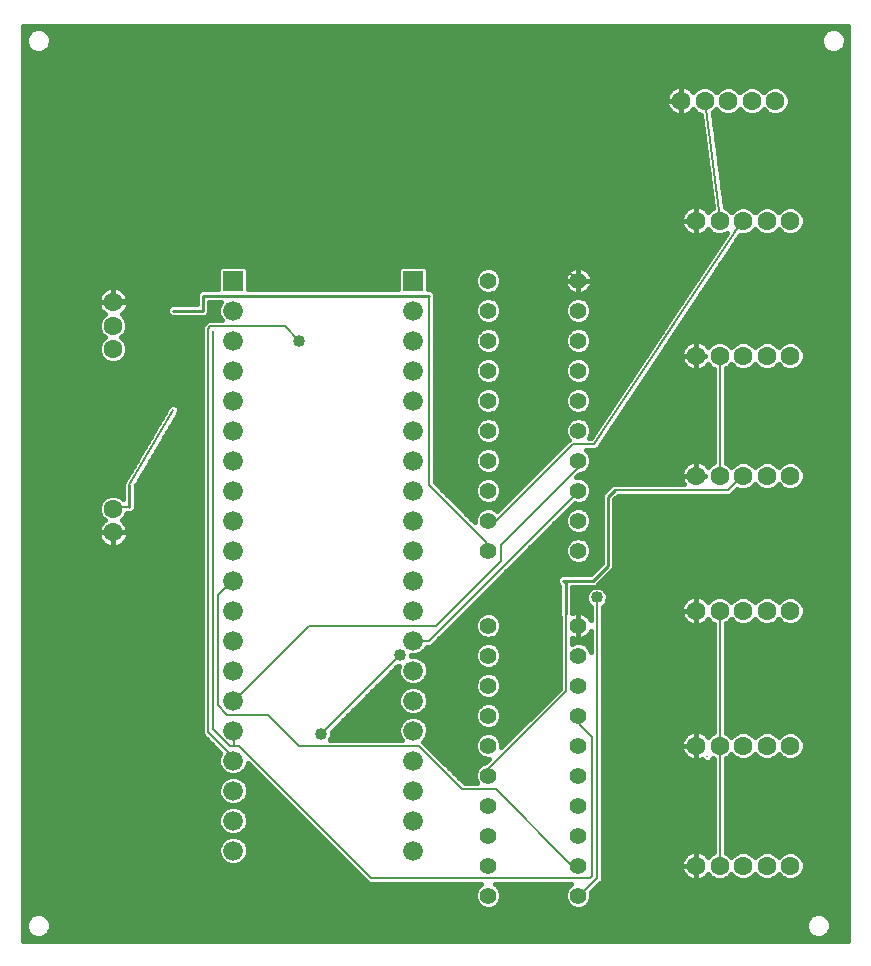
<source format=gbl>
G75*
%MOIN*%
%OFA0B0*%
%FSLAX25Y25*%
%IPPOS*%
%LPD*%
%AMOC8*
5,1,8,0,0,1.08239X$1,22.5*
%
%ADD10C,0.05550*%
%ADD11C,0.06299*%
%ADD12R,0.06600X0.06600*%
%ADD13C,0.06600*%
%ADD14C,0.00800*%
%ADD15C,0.01000*%
%ADD16C,0.04000*%
%ADD17C,0.01600*%
D10*
X0161000Y0021000D03*
X0161000Y0031000D03*
X0161000Y0041000D03*
X0161000Y0051000D03*
X0161000Y0061000D03*
X0161000Y0071000D03*
X0161000Y0081000D03*
X0161000Y0091000D03*
X0161000Y0101000D03*
X0161000Y0111000D03*
X0161000Y0136000D03*
X0161000Y0146000D03*
X0161000Y0156000D03*
X0161000Y0166000D03*
X0161000Y0176000D03*
X0161000Y0186000D03*
X0161000Y0196000D03*
X0161000Y0206000D03*
X0161000Y0216000D03*
X0161000Y0226000D03*
X0191000Y0226000D03*
X0191000Y0216000D03*
X0191000Y0206000D03*
X0191000Y0196000D03*
X0191000Y0186000D03*
X0191000Y0176000D03*
X0191000Y0166000D03*
X0191000Y0156000D03*
X0191000Y0146000D03*
X0191000Y0136000D03*
X0191000Y0111000D03*
X0191000Y0101000D03*
X0191000Y0091000D03*
X0191000Y0081000D03*
X0191000Y0071000D03*
X0191000Y0061000D03*
X0191000Y0051000D03*
X0191000Y0041000D03*
X0191000Y0031000D03*
X0191000Y0021000D03*
D11*
X0230252Y0031000D03*
X0238126Y0031000D03*
X0246000Y0031000D03*
X0253874Y0031000D03*
X0261748Y0031000D03*
X0261748Y0071000D03*
X0253874Y0071000D03*
X0246000Y0071000D03*
X0238126Y0071000D03*
X0230252Y0071000D03*
X0230252Y0116000D03*
X0238126Y0116000D03*
X0246000Y0116000D03*
X0253874Y0116000D03*
X0261748Y0116000D03*
X0261748Y0161000D03*
X0253874Y0161000D03*
X0246000Y0161000D03*
X0238126Y0161000D03*
X0230252Y0161000D03*
X0230252Y0201000D03*
X0238126Y0201000D03*
X0246000Y0201000D03*
X0253874Y0201000D03*
X0261748Y0201000D03*
X0261748Y0246000D03*
X0253874Y0246000D03*
X0246000Y0246000D03*
X0238126Y0246000D03*
X0230252Y0246000D03*
X0233126Y0286000D03*
X0241000Y0286000D03*
X0248874Y0286000D03*
X0256748Y0286000D03*
X0225252Y0286000D03*
X0036000Y0218874D03*
X0036000Y0211000D03*
X0036000Y0203126D03*
X0036000Y0149937D03*
X0036000Y0142063D03*
D12*
X0076000Y0226000D03*
X0136000Y0226000D03*
D13*
X0136000Y0216000D03*
X0136000Y0206000D03*
X0136000Y0196000D03*
X0136000Y0186000D03*
X0136000Y0176000D03*
X0136000Y0166000D03*
X0136000Y0156000D03*
X0136000Y0146000D03*
X0136000Y0136000D03*
X0136000Y0126000D03*
X0136000Y0116000D03*
X0136000Y0106000D03*
X0136000Y0096000D03*
X0136000Y0086000D03*
X0136000Y0076000D03*
X0136000Y0066000D03*
X0136000Y0056000D03*
X0136000Y0046000D03*
X0136000Y0036000D03*
X0076000Y0036000D03*
X0076000Y0046000D03*
X0076000Y0056000D03*
X0076000Y0066000D03*
X0076000Y0076000D03*
X0076000Y0086000D03*
X0076000Y0096000D03*
X0076000Y0106000D03*
X0076000Y0116000D03*
X0076000Y0126000D03*
X0076000Y0136000D03*
X0076000Y0146000D03*
X0076000Y0156000D03*
X0076000Y0166000D03*
X0076000Y0176000D03*
X0076000Y0186000D03*
X0076000Y0196000D03*
X0076000Y0206000D03*
X0076000Y0216000D03*
D14*
X0069200Y0209200D02*
X0069200Y0076400D01*
X0074800Y0070800D01*
X0076400Y0070800D01*
X0076400Y0075600D01*
X0076000Y0076000D01*
X0076400Y0070800D02*
X0078000Y0070800D01*
X0122000Y0026800D01*
X0194800Y0026800D01*
X0195600Y0027600D01*
X0195600Y0074000D01*
X0191600Y0078000D01*
X0191600Y0080400D01*
X0191000Y0081000D01*
X0186800Y0089200D02*
X0186800Y0114800D01*
X0197200Y0120400D02*
X0197200Y0026800D01*
X0191600Y0021200D01*
X0191000Y0021000D01*
X0191000Y0031000D02*
X0190800Y0031600D01*
X0188400Y0031600D01*
X0163600Y0056400D01*
X0152400Y0056400D01*
X0138000Y0070800D01*
X0098000Y0070800D01*
X0087600Y0081200D01*
X0074000Y0081200D01*
X0070800Y0084400D01*
X0070800Y0121200D01*
X0075600Y0126000D01*
X0076000Y0126000D01*
X0101200Y0110800D02*
X0076400Y0086000D01*
X0076000Y0086000D01*
X0067600Y0075600D02*
X0067600Y0210000D01*
X0068400Y0210800D01*
X0093200Y0210800D01*
X0098000Y0206000D01*
X0072400Y0230800D02*
X0186000Y0230800D01*
X0190800Y0226000D01*
X0191000Y0226000D01*
X0230252Y0246000D02*
X0230400Y0246600D01*
X0225400Y0285800D01*
X0225252Y0286000D01*
X0233126Y0286000D02*
X0233400Y0285800D01*
X0238400Y0246600D01*
X0238126Y0246000D01*
X0245600Y0245800D02*
X0246000Y0246000D01*
X0245600Y0245800D02*
X0196400Y0171600D01*
X0189200Y0171600D01*
X0163600Y0146000D01*
X0161000Y0146000D01*
X0160400Y0138800D02*
X0141200Y0158000D01*
X0141200Y0221000D01*
X0190800Y0166000D02*
X0191000Y0166000D01*
X0190800Y0166000D02*
X0190800Y0163600D01*
X0165200Y0138000D01*
X0165200Y0132400D01*
X0143600Y0110800D01*
X0101200Y0110800D01*
X0131600Y0101200D02*
X0105200Y0074800D01*
X0075600Y0067600D02*
X0075600Y0066000D01*
X0076000Y0066000D01*
X0075600Y0067600D02*
X0067600Y0075600D01*
X0036000Y0149937D02*
X0036400Y0150600D01*
X0041400Y0150600D01*
X0041400Y0157800D02*
X0056000Y0182800D01*
X0061200Y0219600D02*
X0036400Y0219600D01*
X0036000Y0218874D01*
X0061200Y0219600D02*
X0072400Y0230800D01*
X0160400Y0138800D02*
X0160400Y0136400D01*
X0161000Y0136000D01*
X0190800Y0155600D02*
X0141200Y0106000D01*
X0136000Y0106000D01*
X0161200Y0063600D02*
X0186800Y0089200D01*
X0161200Y0063600D02*
X0161200Y0061200D01*
X0161000Y0061000D01*
X0230252Y0071000D02*
X0230400Y0071400D01*
X0230400Y0115400D01*
X0230252Y0116000D01*
X0238126Y0116000D02*
X0238400Y0115400D01*
X0238400Y0071400D01*
X0238126Y0071000D01*
X0238400Y0070600D01*
X0238400Y0031600D01*
X0238126Y0031000D01*
X0230400Y0031600D02*
X0230252Y0031000D01*
X0230400Y0031600D02*
X0230400Y0070600D01*
X0230252Y0071000D01*
X0234000Y0067600D02*
X0234067Y0067533D01*
X0240800Y0156200D02*
X0203200Y0156200D01*
X0191000Y0156000D02*
X0190800Y0155600D01*
X0230252Y0161000D02*
X0230400Y0161000D01*
X0230400Y0201000D01*
X0230252Y0201000D01*
X0238126Y0201000D02*
X0238400Y0201000D01*
X0238400Y0161000D01*
X0238126Y0161000D01*
X0240800Y0156200D02*
X0245600Y0161000D01*
X0246000Y0161000D01*
D15*
X0203200Y0156200D02*
X0201000Y0154000D01*
X0201000Y0131000D01*
X0196000Y0126000D01*
X0186000Y0126000D01*
X0186800Y0125200D01*
X0186800Y0114800D01*
X0141200Y0221000D02*
X0066000Y0221000D01*
X0066000Y0216000D01*
X0056000Y0216000D01*
X0041400Y0157800D02*
X0041400Y0150600D01*
D16*
X0098000Y0206000D03*
X0131600Y0101200D03*
X0105200Y0074800D03*
X0197200Y0120400D03*
D17*
X0281000Y0006000D02*
X0006000Y0006000D01*
X0281000Y0006000D01*
X0281000Y0311000D01*
X0006000Y0311000D01*
X0006000Y0006000D01*
X0006000Y0007599D02*
X0008520Y0007599D01*
X0008644Y0007474D02*
X0007474Y0008644D01*
X0006841Y0010173D01*
X0006841Y0011827D01*
X0007474Y0013356D01*
X0008644Y0014526D01*
X0010173Y0015159D01*
X0011827Y0015159D01*
X0013356Y0014526D01*
X0014526Y0013356D01*
X0015159Y0011827D01*
X0015159Y0010173D01*
X0014526Y0008644D01*
X0013356Y0007474D01*
X0011827Y0006841D01*
X0010173Y0006841D01*
X0008644Y0007474D01*
X0007245Y0009197D02*
X0006000Y0009197D01*
X0006000Y0010796D02*
X0006841Y0010796D01*
X0007076Y0012394D02*
X0006000Y0012394D01*
X0006000Y0013993D02*
X0008111Y0013993D01*
X0006000Y0015591D02*
X0281000Y0015591D01*
X0281000Y0013993D02*
X0273889Y0013993D01*
X0273356Y0014526D02*
X0271827Y0015159D01*
X0270173Y0015159D01*
X0268644Y0014526D01*
X0267474Y0013356D01*
X0266841Y0011827D01*
X0266841Y0010173D01*
X0267474Y0008644D01*
X0268644Y0007474D01*
X0270173Y0006841D01*
X0271827Y0006841D01*
X0273356Y0007474D01*
X0274526Y0008644D01*
X0275159Y0010173D01*
X0275159Y0011827D01*
X0274526Y0013356D01*
X0273356Y0014526D01*
X0274924Y0012394D02*
X0281000Y0012394D01*
X0281000Y0010796D02*
X0275159Y0010796D01*
X0274755Y0009197D02*
X0281000Y0009197D01*
X0281000Y0007599D02*
X0273480Y0007599D01*
X0268520Y0007599D02*
X0013480Y0007599D01*
X0014755Y0009197D02*
X0267245Y0009197D01*
X0266841Y0010796D02*
X0015159Y0010796D01*
X0014924Y0012394D02*
X0267076Y0012394D01*
X0268111Y0013993D02*
X0013889Y0013993D01*
X0006000Y0017190D02*
X0158767Y0017190D01*
X0158522Y0017291D02*
X0160130Y0016625D01*
X0161870Y0016625D01*
X0163478Y0017291D01*
X0164709Y0018522D01*
X0165375Y0020130D01*
X0165375Y0021870D01*
X0164709Y0023478D01*
X0163478Y0024709D01*
X0163258Y0024800D01*
X0188742Y0024800D01*
X0188522Y0024709D01*
X0187291Y0023478D01*
X0186625Y0021870D01*
X0186625Y0020130D01*
X0187291Y0018522D01*
X0188522Y0017291D01*
X0190130Y0016625D01*
X0191870Y0016625D01*
X0193478Y0017291D01*
X0194709Y0018522D01*
X0195375Y0020130D01*
X0195375Y0021870D01*
X0195294Y0022065D01*
X0198028Y0024800D01*
X0199200Y0025972D01*
X0199200Y0117332D01*
X0199239Y0117348D01*
X0200252Y0118361D01*
X0200800Y0119684D01*
X0200800Y0121116D01*
X0200252Y0122439D01*
X0199239Y0123452D01*
X0197916Y0124000D01*
X0196970Y0124000D01*
X0198100Y0125130D01*
X0203100Y0130130D01*
X0203100Y0153130D01*
X0204170Y0154200D01*
X0241628Y0154200D01*
X0244082Y0156654D01*
X0245055Y0156250D01*
X0246945Y0156250D01*
X0248690Y0156973D01*
X0249937Y0158220D01*
X0251184Y0156973D01*
X0252929Y0156250D01*
X0254819Y0156250D01*
X0256564Y0156973D01*
X0257811Y0158220D01*
X0259058Y0156973D01*
X0260803Y0156250D01*
X0262693Y0156250D01*
X0264438Y0156973D01*
X0265775Y0158310D01*
X0266498Y0160055D01*
X0266498Y0161945D01*
X0265775Y0163690D01*
X0264438Y0165027D01*
X0262693Y0165750D01*
X0260803Y0165750D01*
X0259058Y0165027D01*
X0257811Y0163780D01*
X0256564Y0165027D01*
X0254819Y0165750D01*
X0252929Y0165750D01*
X0251184Y0165027D01*
X0249937Y0163780D01*
X0248690Y0165027D01*
X0246945Y0165750D01*
X0245055Y0165750D01*
X0243310Y0165027D01*
X0242063Y0163780D01*
X0240816Y0165027D01*
X0240400Y0165199D01*
X0240400Y0196801D01*
X0240816Y0196973D01*
X0242063Y0198220D01*
X0243310Y0196973D01*
X0245055Y0196250D01*
X0246945Y0196250D01*
X0248690Y0196973D01*
X0249937Y0198220D01*
X0251184Y0196973D01*
X0252929Y0196250D01*
X0254819Y0196250D01*
X0256564Y0196973D01*
X0257811Y0198220D01*
X0259058Y0196973D01*
X0260803Y0196250D01*
X0262693Y0196250D01*
X0264438Y0196973D01*
X0265775Y0198310D01*
X0266498Y0200055D01*
X0266498Y0201945D01*
X0265775Y0203690D01*
X0264438Y0205027D01*
X0262693Y0205750D01*
X0260803Y0205750D01*
X0259058Y0205027D01*
X0257811Y0203780D01*
X0256564Y0205027D01*
X0254819Y0205750D01*
X0252929Y0205750D01*
X0251184Y0205027D01*
X0249937Y0203780D01*
X0248690Y0205027D01*
X0246945Y0205750D01*
X0245055Y0205750D01*
X0243310Y0205027D01*
X0242063Y0203780D01*
X0240816Y0205027D01*
X0239071Y0205750D01*
X0237181Y0205750D01*
X0235436Y0205027D01*
X0234282Y0203873D01*
X0234027Y0204224D01*
X0233476Y0204775D01*
X0232846Y0205233D01*
X0232152Y0205587D01*
X0231411Y0205828D01*
X0230642Y0205950D01*
X0230252Y0205950D01*
X0230252Y0201000D01*
X0233376Y0201000D01*
X0230252Y0201000D01*
X0230252Y0201000D01*
X0230252Y0201000D01*
X0230252Y0196050D01*
X0230642Y0196050D01*
X0231411Y0196172D01*
X0232152Y0196413D01*
X0232846Y0196767D01*
X0233476Y0197225D01*
X0234027Y0197776D01*
X0234282Y0198127D01*
X0235436Y0196973D01*
X0236400Y0196574D01*
X0236400Y0165426D01*
X0235436Y0165027D01*
X0234282Y0163873D01*
X0234027Y0164224D01*
X0233476Y0164775D01*
X0232846Y0165233D01*
X0232152Y0165587D01*
X0231411Y0165828D01*
X0230642Y0165950D01*
X0230252Y0165950D01*
X0230252Y0161000D01*
X0233376Y0161000D01*
X0230252Y0161000D01*
X0230252Y0161000D01*
X0230252Y0161000D01*
X0230252Y0165950D01*
X0229862Y0165950D01*
X0229093Y0165828D01*
X0228352Y0165587D01*
X0227658Y0165233D01*
X0227028Y0164775D01*
X0226477Y0164224D01*
X0226019Y0163594D01*
X0225665Y0162900D01*
X0225424Y0162159D01*
X0225302Y0161390D01*
X0225302Y0161000D01*
X0225302Y0160610D01*
X0225424Y0159841D01*
X0225665Y0159100D01*
X0226019Y0158406D01*
X0226168Y0158200D01*
X0204170Y0158200D01*
X0204070Y0158300D01*
X0202330Y0158300D01*
X0200130Y0156100D01*
X0198900Y0154870D01*
X0198900Y0131870D01*
X0195130Y0128100D01*
X0185130Y0128100D01*
X0183900Y0126870D01*
X0183900Y0125130D01*
X0184700Y0124330D01*
X0184700Y0113930D01*
X0184800Y0113830D01*
X0184800Y0090028D01*
X0165375Y0070603D01*
X0165375Y0071870D01*
X0164709Y0073478D01*
X0163478Y0074709D01*
X0161870Y0075375D01*
X0160130Y0075375D01*
X0158522Y0074709D01*
X0157291Y0073478D01*
X0156625Y0071870D01*
X0156625Y0070130D01*
X0157291Y0068522D01*
X0158522Y0067291D01*
X0160130Y0066625D01*
X0161397Y0066625D01*
X0160146Y0065375D01*
X0160130Y0065375D01*
X0158522Y0064709D01*
X0157291Y0063478D01*
X0156625Y0061870D01*
X0156625Y0060130D01*
X0157291Y0058522D01*
X0157413Y0058400D01*
X0153228Y0058400D01*
X0140000Y0071628D01*
X0139279Y0072349D01*
X0140154Y0073224D01*
X0140900Y0075025D01*
X0140900Y0076975D01*
X0140154Y0078776D01*
X0138776Y0080154D01*
X0136975Y0080900D01*
X0135025Y0080900D01*
X0133224Y0080154D01*
X0131846Y0078776D01*
X0131100Y0076975D01*
X0131100Y0075025D01*
X0131846Y0073224D01*
X0132270Y0072800D01*
X0108268Y0072800D01*
X0108800Y0074084D01*
X0108800Y0075516D01*
X0108784Y0075555D01*
X0130845Y0097616D01*
X0130884Y0097600D01*
X0131359Y0097600D01*
X0131100Y0096975D01*
X0131100Y0095025D01*
X0131846Y0093224D01*
X0133224Y0091846D01*
X0135025Y0091100D01*
X0136975Y0091100D01*
X0138776Y0091846D01*
X0140154Y0093224D01*
X0140900Y0095025D01*
X0140900Y0096975D01*
X0140154Y0098776D01*
X0138776Y0100154D01*
X0136975Y0100900D01*
X0135200Y0100900D01*
X0135200Y0101100D01*
X0136975Y0101100D01*
X0138776Y0101846D01*
X0140154Y0103224D01*
X0140475Y0104000D01*
X0142028Y0104000D01*
X0143200Y0105172D01*
X0189793Y0151765D01*
X0190130Y0151625D01*
X0191870Y0151625D01*
X0193478Y0152291D01*
X0194709Y0153522D01*
X0195375Y0155130D01*
X0195375Y0156870D01*
X0194709Y0158478D01*
X0193478Y0159709D01*
X0191870Y0160375D01*
X0190403Y0160375D01*
X0191654Y0161625D01*
X0191870Y0161625D01*
X0193478Y0162291D01*
X0194709Y0163522D01*
X0195375Y0165130D01*
X0195375Y0166870D01*
X0194709Y0168478D01*
X0193587Y0169600D01*
X0195797Y0169600D01*
X0195985Y0169475D01*
X0196601Y0169600D01*
X0197228Y0169600D01*
X0197388Y0169760D01*
X0197609Y0169804D01*
X0197956Y0170328D01*
X0198400Y0170772D01*
X0198400Y0170997D01*
X0244999Y0241274D01*
X0245055Y0241250D01*
X0246945Y0241250D01*
X0248690Y0241973D01*
X0249937Y0243220D01*
X0251184Y0241973D01*
X0252929Y0241250D01*
X0254819Y0241250D01*
X0256564Y0241973D01*
X0257811Y0243220D01*
X0259058Y0241973D01*
X0260803Y0241250D01*
X0262693Y0241250D01*
X0264438Y0241973D01*
X0265775Y0243310D01*
X0266498Y0245055D01*
X0266498Y0246945D01*
X0265775Y0248690D01*
X0264438Y0250027D01*
X0262693Y0250750D01*
X0260803Y0250750D01*
X0259058Y0250027D01*
X0257811Y0248780D01*
X0256564Y0250027D01*
X0254819Y0250750D01*
X0252929Y0250750D01*
X0251184Y0250027D01*
X0249937Y0248780D01*
X0248690Y0250027D01*
X0246945Y0250750D01*
X0245055Y0250750D01*
X0243310Y0250027D01*
X0242063Y0248780D01*
X0240816Y0250027D01*
X0239932Y0250393D01*
X0235894Y0282051D01*
X0237063Y0283220D01*
X0238310Y0281973D01*
X0240055Y0281250D01*
X0241945Y0281250D01*
X0243690Y0281973D01*
X0244937Y0283220D01*
X0246184Y0281973D01*
X0247929Y0281250D01*
X0249819Y0281250D01*
X0251564Y0281973D01*
X0252811Y0283220D01*
X0254058Y0281973D01*
X0255803Y0281250D01*
X0257693Y0281250D01*
X0259438Y0281973D01*
X0260775Y0283310D01*
X0261498Y0285055D01*
X0261498Y0286945D01*
X0260775Y0288690D01*
X0259438Y0290027D01*
X0257693Y0290750D01*
X0255803Y0290750D01*
X0254058Y0290027D01*
X0252811Y0288780D01*
X0251564Y0290027D01*
X0249819Y0290750D01*
X0247929Y0290750D01*
X0246184Y0290027D01*
X0244937Y0288780D01*
X0243690Y0290027D01*
X0241945Y0290750D01*
X0240055Y0290750D01*
X0238310Y0290027D01*
X0237063Y0288780D01*
X0235816Y0290027D01*
X0234071Y0290750D01*
X0232181Y0290750D01*
X0230436Y0290027D01*
X0229282Y0288873D01*
X0229027Y0289224D01*
X0228476Y0289775D01*
X0227846Y0290233D01*
X0227152Y0290587D01*
X0226411Y0290828D01*
X0225642Y0290950D01*
X0225252Y0290950D01*
X0225252Y0286000D01*
X0225252Y0286000D01*
X0225252Y0281050D01*
X0225642Y0281050D01*
X0226411Y0281172D01*
X0227152Y0281413D01*
X0227846Y0281767D01*
X0228476Y0282225D01*
X0229027Y0282776D01*
X0229282Y0283127D01*
X0230436Y0281973D01*
X0231952Y0281345D01*
X0235921Y0250228D01*
X0235436Y0250027D01*
X0234282Y0248873D01*
X0234027Y0249224D01*
X0233476Y0249775D01*
X0232846Y0250233D01*
X0232152Y0250587D01*
X0231411Y0250828D01*
X0230642Y0250950D01*
X0230252Y0250950D01*
X0230252Y0246000D01*
X0230252Y0246000D01*
X0230252Y0241050D01*
X0230642Y0241050D01*
X0231411Y0241172D01*
X0232152Y0241413D01*
X0232846Y0241767D01*
X0233476Y0242225D01*
X0234027Y0242776D01*
X0234282Y0243127D01*
X0235436Y0241973D01*
X0237181Y0241250D01*
X0239071Y0241250D01*
X0240605Y0241886D01*
X0195326Y0173600D01*
X0194741Y0173600D01*
X0195375Y0175130D01*
X0195375Y0176870D01*
X0194709Y0178478D01*
X0193478Y0179709D01*
X0191870Y0180375D01*
X0190130Y0180375D01*
X0188522Y0179709D01*
X0187291Y0178478D01*
X0186625Y0176870D01*
X0186625Y0175130D01*
X0187291Y0173522D01*
X0187792Y0173021D01*
X0187200Y0172428D01*
X0163979Y0149208D01*
X0163478Y0149709D01*
X0161870Y0150375D01*
X0160130Y0150375D01*
X0158522Y0149709D01*
X0157291Y0148478D01*
X0156625Y0146870D01*
X0156625Y0145403D01*
X0143200Y0158828D01*
X0143200Y0220030D01*
X0143300Y0220130D01*
X0143300Y0221870D01*
X0142070Y0223100D01*
X0140900Y0223100D01*
X0140900Y0229963D01*
X0139963Y0230900D01*
X0132037Y0230900D01*
X0131100Y0229963D01*
X0131100Y0223100D01*
X0080900Y0223100D01*
X0080900Y0229963D01*
X0079963Y0230900D01*
X0072037Y0230900D01*
X0071100Y0229963D01*
X0071100Y0223100D01*
X0065130Y0223100D01*
X0063900Y0221870D01*
X0063900Y0218100D01*
X0055130Y0218100D01*
X0053900Y0216870D01*
X0053900Y0215130D01*
X0055130Y0213900D01*
X0066870Y0213900D01*
X0068100Y0215130D01*
X0068100Y0218900D01*
X0071970Y0218900D01*
X0071846Y0218776D01*
X0071100Y0216975D01*
X0071100Y0215025D01*
X0071846Y0213224D01*
X0072270Y0212800D01*
X0067572Y0212800D01*
X0066400Y0211628D01*
X0065600Y0210828D01*
X0065600Y0074772D01*
X0066772Y0073600D01*
X0071773Y0068599D01*
X0071100Y0066975D01*
X0071100Y0065025D01*
X0071846Y0063224D01*
X0073224Y0061846D01*
X0075025Y0061100D01*
X0076975Y0061100D01*
X0078776Y0061846D01*
X0080154Y0063224D01*
X0080900Y0065025D01*
X0080900Y0065072D01*
X0121172Y0024800D01*
X0158742Y0024800D01*
X0158522Y0024709D01*
X0157291Y0023478D01*
X0156625Y0021870D01*
X0156625Y0020130D01*
X0157291Y0018522D01*
X0158522Y0017291D01*
X0157181Y0018788D02*
X0006000Y0018788D01*
X0006000Y0020387D02*
X0156625Y0020387D01*
X0156673Y0021985D02*
X0006000Y0021985D01*
X0006000Y0023584D02*
X0157397Y0023584D01*
X0164603Y0023584D02*
X0187397Y0023584D01*
X0186673Y0021985D02*
X0165327Y0021985D01*
X0165375Y0020387D02*
X0186625Y0020387D01*
X0187181Y0018788D02*
X0164819Y0018788D01*
X0163233Y0017190D02*
X0188767Y0017190D01*
X0193233Y0017190D02*
X0281000Y0017190D01*
X0281000Y0018788D02*
X0194819Y0018788D01*
X0195375Y0020387D02*
X0281000Y0020387D01*
X0281000Y0021985D02*
X0195327Y0021985D01*
X0196812Y0023584D02*
X0281000Y0023584D01*
X0281000Y0025182D02*
X0198411Y0025182D01*
X0199200Y0026781D02*
X0227639Y0026781D01*
X0227658Y0026767D02*
X0228352Y0026413D01*
X0229093Y0026172D01*
X0229862Y0026050D01*
X0230252Y0026050D01*
X0230642Y0026050D01*
X0231411Y0026172D01*
X0232152Y0026413D01*
X0232846Y0026767D01*
X0233476Y0027225D01*
X0234027Y0027776D01*
X0234282Y0028127D01*
X0235436Y0026973D01*
X0237181Y0026250D01*
X0239071Y0026250D01*
X0240816Y0026973D01*
X0242063Y0028220D01*
X0243310Y0026973D01*
X0245055Y0026250D01*
X0246945Y0026250D01*
X0248690Y0026973D01*
X0249937Y0028220D01*
X0251184Y0026973D01*
X0252929Y0026250D01*
X0254819Y0026250D01*
X0256564Y0026973D01*
X0257811Y0028220D01*
X0259058Y0026973D01*
X0260803Y0026250D01*
X0262693Y0026250D01*
X0264438Y0026973D01*
X0265775Y0028310D01*
X0266498Y0030055D01*
X0266498Y0031945D01*
X0265775Y0033690D01*
X0264438Y0035027D01*
X0262693Y0035750D01*
X0260803Y0035750D01*
X0259058Y0035027D01*
X0257811Y0033780D01*
X0256564Y0035027D01*
X0254819Y0035750D01*
X0252929Y0035750D01*
X0251184Y0035027D01*
X0249937Y0033780D01*
X0248690Y0035027D01*
X0246945Y0035750D01*
X0245055Y0035750D01*
X0243310Y0035027D01*
X0242063Y0033780D01*
X0240816Y0035027D01*
X0240400Y0035199D01*
X0240400Y0066801D01*
X0240816Y0066973D01*
X0242063Y0068220D01*
X0243310Y0066973D01*
X0245055Y0066250D01*
X0246945Y0066250D01*
X0248690Y0066973D01*
X0249937Y0068220D01*
X0251184Y0066973D01*
X0252929Y0066250D01*
X0254819Y0066250D01*
X0256564Y0066973D01*
X0257811Y0068220D01*
X0259058Y0066973D01*
X0260803Y0066250D01*
X0262693Y0066250D01*
X0264438Y0066973D01*
X0265775Y0068310D01*
X0266498Y0070055D01*
X0266498Y0071945D01*
X0265775Y0073690D01*
X0264438Y0075027D01*
X0262693Y0075750D01*
X0260803Y0075750D01*
X0259058Y0075027D01*
X0257811Y0073780D01*
X0256564Y0075027D01*
X0254819Y0075750D01*
X0252929Y0075750D01*
X0251184Y0075027D01*
X0249937Y0073780D01*
X0248690Y0075027D01*
X0246945Y0075750D01*
X0245055Y0075750D01*
X0243310Y0075027D01*
X0242063Y0073780D01*
X0240816Y0075027D01*
X0240400Y0075199D01*
X0240400Y0111801D01*
X0240816Y0111973D01*
X0242063Y0113220D01*
X0243310Y0111973D01*
X0245055Y0111250D01*
X0246945Y0111250D01*
X0248690Y0111973D01*
X0249937Y0113220D01*
X0251184Y0111973D01*
X0252929Y0111250D01*
X0254819Y0111250D01*
X0256564Y0111973D01*
X0257811Y0113220D01*
X0259058Y0111973D01*
X0260803Y0111250D01*
X0262693Y0111250D01*
X0264438Y0111973D01*
X0265775Y0113310D01*
X0266498Y0115055D01*
X0266498Y0116945D01*
X0265775Y0118690D01*
X0264438Y0120027D01*
X0262693Y0120750D01*
X0260803Y0120750D01*
X0259058Y0120027D01*
X0257811Y0118780D01*
X0256564Y0120027D01*
X0254819Y0120750D01*
X0252929Y0120750D01*
X0251184Y0120027D01*
X0249937Y0118780D01*
X0248690Y0120027D01*
X0246945Y0120750D01*
X0245055Y0120750D01*
X0243310Y0120027D01*
X0242063Y0118780D01*
X0240816Y0120027D01*
X0239071Y0120750D01*
X0237181Y0120750D01*
X0235436Y0120027D01*
X0234282Y0118873D01*
X0234027Y0119224D01*
X0233476Y0119775D01*
X0232846Y0120233D01*
X0232152Y0120587D01*
X0231411Y0120828D01*
X0230642Y0120950D01*
X0230252Y0120950D01*
X0230252Y0116000D01*
X0230252Y0116000D01*
X0230252Y0111050D01*
X0230642Y0111050D01*
X0231411Y0111172D01*
X0232152Y0111413D01*
X0232846Y0111767D01*
X0233476Y0112225D01*
X0234027Y0112776D01*
X0234282Y0113127D01*
X0235436Y0111973D01*
X0236400Y0111574D01*
X0236400Y0075426D01*
X0235436Y0075027D01*
X0234282Y0073873D01*
X0234027Y0074224D01*
X0233476Y0074775D01*
X0232846Y0075233D01*
X0232152Y0075587D01*
X0231411Y0075828D01*
X0230642Y0075950D01*
X0230252Y0075950D01*
X0230252Y0071000D01*
X0230252Y0071000D01*
X0230252Y0066050D01*
X0230642Y0066050D01*
X0231411Y0066172D01*
X0232152Y0066413D01*
X0232289Y0066483D01*
X0233239Y0065533D01*
X0234896Y0065533D01*
X0236067Y0066704D01*
X0236067Y0066712D01*
X0236400Y0066574D01*
X0236400Y0035426D01*
X0235436Y0035027D01*
X0234282Y0033873D01*
X0234027Y0034224D01*
X0233476Y0034775D01*
X0232846Y0035233D01*
X0232152Y0035587D01*
X0231411Y0035828D01*
X0230642Y0035950D01*
X0230252Y0035950D01*
X0230252Y0031000D01*
X0230252Y0031000D01*
X0230252Y0026050D01*
X0230252Y0031000D01*
X0230252Y0031000D01*
X0230252Y0035950D01*
X0229862Y0035950D01*
X0229093Y0035828D01*
X0228352Y0035587D01*
X0227658Y0035233D01*
X0227028Y0034775D01*
X0226477Y0034224D01*
X0226019Y0033594D01*
X0225665Y0032900D01*
X0225424Y0032159D01*
X0225302Y0031390D01*
X0225302Y0031000D01*
X0225302Y0030610D01*
X0225424Y0029841D01*
X0225665Y0029100D01*
X0226019Y0028406D01*
X0226477Y0027776D01*
X0227028Y0027225D01*
X0227658Y0026767D01*
X0226038Y0028379D02*
X0199200Y0028379D01*
X0199200Y0029978D02*
X0225403Y0029978D01*
X0225302Y0031000D02*
X0230252Y0031000D01*
X0230252Y0031000D01*
X0225302Y0031000D01*
X0225332Y0031576D02*
X0199200Y0031576D01*
X0199200Y0033175D02*
X0225805Y0033175D01*
X0227025Y0034773D02*
X0199200Y0034773D01*
X0199200Y0036372D02*
X0236400Y0036372D01*
X0236400Y0037970D02*
X0199200Y0037970D01*
X0199200Y0039569D02*
X0236400Y0039569D01*
X0236400Y0041167D02*
X0199200Y0041167D01*
X0199200Y0042766D02*
X0236400Y0042766D01*
X0236400Y0044364D02*
X0199200Y0044364D01*
X0199200Y0045963D02*
X0236400Y0045963D01*
X0236400Y0047561D02*
X0199200Y0047561D01*
X0199200Y0049160D02*
X0236400Y0049160D01*
X0236400Y0050758D02*
X0199200Y0050758D01*
X0199200Y0052357D02*
X0236400Y0052357D01*
X0236400Y0053955D02*
X0199200Y0053955D01*
X0199200Y0055554D02*
X0236400Y0055554D01*
X0236400Y0057152D02*
X0199200Y0057152D01*
X0199200Y0058751D02*
X0236400Y0058751D01*
X0236400Y0060349D02*
X0199200Y0060349D01*
X0199200Y0061948D02*
X0236400Y0061948D01*
X0236400Y0063546D02*
X0199200Y0063546D01*
X0199200Y0065145D02*
X0236400Y0065145D01*
X0240400Y0065145D02*
X0281000Y0065145D01*
X0281000Y0066743D02*
X0263883Y0066743D01*
X0265788Y0068342D02*
X0281000Y0068342D01*
X0281000Y0069940D02*
X0266450Y0069940D01*
X0266498Y0071539D02*
X0281000Y0071539D01*
X0281000Y0073137D02*
X0266004Y0073137D01*
X0264729Y0074736D02*
X0281000Y0074736D01*
X0281000Y0076334D02*
X0240400Y0076334D01*
X0240400Y0077933D02*
X0281000Y0077933D01*
X0281000Y0079532D02*
X0240400Y0079532D01*
X0240400Y0081130D02*
X0281000Y0081130D01*
X0281000Y0082729D02*
X0240400Y0082729D01*
X0240400Y0084327D02*
X0281000Y0084327D01*
X0281000Y0085926D02*
X0240400Y0085926D01*
X0240400Y0087524D02*
X0281000Y0087524D01*
X0281000Y0089123D02*
X0240400Y0089123D01*
X0240400Y0090721D02*
X0281000Y0090721D01*
X0281000Y0092320D02*
X0240400Y0092320D01*
X0240400Y0093918D02*
X0281000Y0093918D01*
X0281000Y0095517D02*
X0240400Y0095517D01*
X0240400Y0097115D02*
X0281000Y0097115D01*
X0281000Y0098714D02*
X0240400Y0098714D01*
X0240400Y0100312D02*
X0281000Y0100312D01*
X0281000Y0101911D02*
X0240400Y0101911D01*
X0240400Y0103509D02*
X0281000Y0103509D01*
X0281000Y0105108D02*
X0240400Y0105108D01*
X0240400Y0106706D02*
X0281000Y0106706D01*
X0281000Y0108305D02*
X0240400Y0108305D01*
X0240400Y0109903D02*
X0281000Y0109903D01*
X0281000Y0111502D02*
X0263300Y0111502D01*
X0265565Y0113100D02*
X0281000Y0113100D01*
X0281000Y0114699D02*
X0266350Y0114699D01*
X0266498Y0116297D02*
X0281000Y0116297D01*
X0281000Y0117896D02*
X0266104Y0117896D01*
X0264971Y0119494D02*
X0281000Y0119494D01*
X0281000Y0121093D02*
X0200800Y0121093D01*
X0200721Y0119494D02*
X0226746Y0119494D01*
X0226477Y0119224D02*
X0226019Y0118594D01*
X0225665Y0117900D01*
X0225424Y0117159D01*
X0225302Y0116390D01*
X0225302Y0116000D01*
X0225302Y0115610D01*
X0225424Y0114841D01*
X0225665Y0114100D01*
X0226019Y0113406D01*
X0226477Y0112776D01*
X0227028Y0112225D01*
X0227658Y0111767D01*
X0228352Y0111413D01*
X0229093Y0111172D01*
X0229862Y0111050D01*
X0230252Y0111050D01*
X0230252Y0116000D01*
X0230252Y0116000D01*
X0230252Y0120950D01*
X0229862Y0120950D01*
X0229093Y0120828D01*
X0228352Y0120587D01*
X0227658Y0120233D01*
X0227028Y0119775D01*
X0226477Y0119224D01*
X0225664Y0117896D02*
X0199787Y0117896D01*
X0199200Y0116297D02*
X0225302Y0116297D01*
X0225302Y0116000D02*
X0230252Y0116000D01*
X0230252Y0116000D01*
X0225302Y0116000D01*
X0225470Y0114699D02*
X0199200Y0114699D01*
X0199200Y0113100D02*
X0226241Y0113100D01*
X0228178Y0111502D02*
X0199200Y0111502D01*
X0199200Y0109903D02*
X0236400Y0109903D01*
X0236400Y0108305D02*
X0199200Y0108305D01*
X0199200Y0106706D02*
X0236400Y0106706D01*
X0236400Y0105108D02*
X0199200Y0105108D01*
X0199200Y0103509D02*
X0236400Y0103509D01*
X0236400Y0101911D02*
X0199200Y0101911D01*
X0199200Y0100312D02*
X0236400Y0100312D01*
X0236400Y0098714D02*
X0199200Y0098714D01*
X0199200Y0097115D02*
X0236400Y0097115D01*
X0236400Y0095517D02*
X0199200Y0095517D01*
X0199200Y0093918D02*
X0236400Y0093918D01*
X0236400Y0092320D02*
X0199200Y0092320D01*
X0199200Y0090721D02*
X0236400Y0090721D01*
X0236400Y0089123D02*
X0199200Y0089123D01*
X0199200Y0087524D02*
X0236400Y0087524D01*
X0236400Y0085926D02*
X0199200Y0085926D01*
X0199200Y0084327D02*
X0236400Y0084327D01*
X0236400Y0082729D02*
X0199200Y0082729D01*
X0199200Y0081130D02*
X0236400Y0081130D01*
X0236400Y0079532D02*
X0199200Y0079532D01*
X0199200Y0077933D02*
X0236400Y0077933D01*
X0236400Y0076334D02*
X0199200Y0076334D01*
X0199200Y0074736D02*
X0226988Y0074736D01*
X0227028Y0074775D02*
X0226477Y0074224D01*
X0226019Y0073594D01*
X0225665Y0072900D01*
X0225424Y0072159D01*
X0225302Y0071390D01*
X0225302Y0071000D01*
X0225302Y0070610D01*
X0225424Y0069841D01*
X0225665Y0069100D01*
X0226019Y0068406D01*
X0226477Y0067776D01*
X0227028Y0067225D01*
X0227658Y0066767D01*
X0228352Y0066413D01*
X0229093Y0066172D01*
X0229862Y0066050D01*
X0230252Y0066050D01*
X0230252Y0071000D01*
X0230252Y0071000D01*
X0230252Y0075950D01*
X0229862Y0075950D01*
X0229093Y0075828D01*
X0228352Y0075587D01*
X0227658Y0075233D01*
X0227028Y0074775D01*
X0225786Y0073137D02*
X0199200Y0073137D01*
X0199200Y0071539D02*
X0225326Y0071539D01*
X0225302Y0071000D02*
X0230252Y0071000D01*
X0230252Y0071000D01*
X0225302Y0071000D01*
X0225408Y0069940D02*
X0199200Y0069940D01*
X0199200Y0068342D02*
X0226065Y0068342D01*
X0227704Y0066743D02*
X0199200Y0066743D01*
X0180697Y0085926D02*
X0140900Y0085926D01*
X0140900Y0085025D02*
X0140154Y0083224D01*
X0138776Y0081846D01*
X0136975Y0081100D01*
X0135025Y0081100D01*
X0133224Y0081846D01*
X0131846Y0083224D01*
X0131100Y0085025D01*
X0131100Y0086975D01*
X0131846Y0088776D01*
X0133224Y0090154D01*
X0135025Y0090900D01*
X0136975Y0090900D01*
X0138776Y0090154D01*
X0140154Y0088776D01*
X0140900Y0086975D01*
X0140900Y0085025D01*
X0140611Y0084327D02*
X0158140Y0084327D01*
X0158522Y0084709D02*
X0157291Y0083478D01*
X0156625Y0081870D01*
X0156625Y0080130D01*
X0157291Y0078522D01*
X0158522Y0077291D01*
X0160130Y0076625D01*
X0161870Y0076625D01*
X0163478Y0077291D01*
X0164709Y0078522D01*
X0165375Y0080130D01*
X0165375Y0081870D01*
X0164709Y0083478D01*
X0163478Y0084709D01*
X0161870Y0085375D01*
X0160130Y0085375D01*
X0158522Y0084709D01*
X0160130Y0086625D02*
X0158522Y0087291D01*
X0157291Y0088522D01*
X0156625Y0090130D01*
X0156625Y0091870D01*
X0157291Y0093478D01*
X0158522Y0094709D01*
X0160130Y0095375D01*
X0161870Y0095375D01*
X0163478Y0094709D01*
X0164709Y0093478D01*
X0165375Y0091870D01*
X0165375Y0090130D01*
X0164709Y0088522D01*
X0163478Y0087291D01*
X0161870Y0086625D01*
X0160130Y0086625D01*
X0158289Y0087524D02*
X0140672Y0087524D01*
X0139807Y0089123D02*
X0157042Y0089123D01*
X0156625Y0090721D02*
X0137407Y0090721D01*
X0139249Y0092320D02*
X0156811Y0092320D01*
X0157731Y0093918D02*
X0140441Y0093918D01*
X0140900Y0095517D02*
X0184800Y0095517D01*
X0184800Y0097115D02*
X0163053Y0097115D01*
X0163478Y0097291D02*
X0164709Y0098522D01*
X0165375Y0100130D01*
X0165375Y0101870D01*
X0164709Y0103478D01*
X0163478Y0104709D01*
X0161870Y0105375D01*
X0160130Y0105375D01*
X0158522Y0104709D01*
X0157291Y0103478D01*
X0156625Y0101870D01*
X0156625Y0100130D01*
X0157291Y0098522D01*
X0158522Y0097291D01*
X0160130Y0096625D01*
X0161870Y0096625D01*
X0163478Y0097291D01*
X0164788Y0098714D02*
X0184800Y0098714D01*
X0184800Y0100312D02*
X0165375Y0100312D01*
X0165358Y0101911D02*
X0184800Y0101911D01*
X0184800Y0103509D02*
X0164678Y0103509D01*
X0162515Y0105108D02*
X0184800Y0105108D01*
X0184800Y0106706D02*
X0162066Y0106706D01*
X0161870Y0106625D02*
X0163478Y0107291D01*
X0164709Y0108522D01*
X0165375Y0110130D01*
X0165375Y0111870D01*
X0164709Y0113478D01*
X0163478Y0114709D01*
X0161870Y0115375D01*
X0160130Y0115375D01*
X0158522Y0114709D01*
X0157291Y0113478D01*
X0156625Y0111870D01*
X0156625Y0110130D01*
X0157291Y0108522D01*
X0158522Y0107291D01*
X0160130Y0106625D01*
X0161870Y0106625D01*
X0159934Y0106706D02*
X0144735Y0106706D01*
X0146333Y0108305D02*
X0157508Y0108305D01*
X0156719Y0109903D02*
X0147932Y0109903D01*
X0149530Y0111502D02*
X0156625Y0111502D01*
X0157135Y0113100D02*
X0151129Y0113100D01*
X0152727Y0114699D02*
X0158512Y0114699D01*
X0155924Y0117896D02*
X0184700Y0117896D01*
X0184700Y0119494D02*
X0157523Y0119494D01*
X0159121Y0121093D02*
X0184700Y0121093D01*
X0184700Y0122691D02*
X0160720Y0122691D01*
X0162318Y0124290D02*
X0184700Y0124290D01*
X0183900Y0125888D02*
X0163917Y0125888D01*
X0165515Y0127487D02*
X0184517Y0127487D01*
X0188900Y0123900D02*
X0196243Y0123900D01*
X0195161Y0123452D01*
X0194148Y0122439D01*
X0193600Y0121116D01*
X0193600Y0119684D01*
X0194148Y0118361D01*
X0195161Y0117348D01*
X0195200Y0117332D01*
X0195200Y0112834D01*
X0194913Y0113398D01*
X0194489Y0113980D01*
X0193980Y0114489D01*
X0193398Y0114913D01*
X0192756Y0115240D01*
X0192071Y0115462D01*
X0191360Y0115575D01*
X0191000Y0115575D01*
X0191000Y0111000D01*
X0191000Y0111000D01*
X0191000Y0106425D01*
X0191360Y0106425D01*
X0192071Y0106538D01*
X0192756Y0106760D01*
X0193398Y0107087D01*
X0193980Y0107511D01*
X0194489Y0108020D01*
X0194913Y0108602D01*
X0195200Y0109166D01*
X0195200Y0102292D01*
X0194709Y0103478D01*
X0193478Y0104709D01*
X0191870Y0105375D01*
X0190130Y0105375D01*
X0188800Y0104824D01*
X0188800Y0106987D01*
X0189244Y0106760D01*
X0189929Y0106538D01*
X0190640Y0106425D01*
X0191000Y0106425D01*
X0191000Y0111000D01*
X0191000Y0111000D01*
X0191000Y0115575D01*
X0190640Y0115575D01*
X0189929Y0115462D01*
X0189244Y0115240D01*
X0188900Y0115064D01*
X0188900Y0123900D01*
X0188900Y0122691D02*
X0194400Y0122691D01*
X0193600Y0121093D02*
X0188900Y0121093D01*
X0188900Y0119494D02*
X0193679Y0119494D01*
X0194613Y0117896D02*
X0188900Y0117896D01*
X0188900Y0116297D02*
X0195200Y0116297D01*
X0195200Y0114699D02*
X0193692Y0114699D01*
X0195064Y0113100D02*
X0195200Y0113100D01*
X0191000Y0113100D02*
X0191000Y0113100D01*
X0191000Y0111502D02*
X0191000Y0111502D01*
X0191000Y0109903D02*
X0191000Y0109903D01*
X0191000Y0108305D02*
X0191000Y0108305D01*
X0191000Y0106706D02*
X0191000Y0106706D01*
X0192589Y0106706D02*
X0195200Y0106706D01*
X0195200Y0105108D02*
X0192515Y0105108D01*
X0194678Y0103509D02*
X0195200Y0103509D01*
X0195200Y0108305D02*
X0194697Y0108305D01*
X0189411Y0106706D02*
X0188800Y0106706D01*
X0188800Y0105108D02*
X0189485Y0105108D01*
X0184800Y0108305D02*
X0164492Y0108305D01*
X0165281Y0109903D02*
X0184800Y0109903D01*
X0184800Y0111502D02*
X0165375Y0111502D01*
X0164865Y0113100D02*
X0184800Y0113100D01*
X0184700Y0114699D02*
X0163488Y0114699D01*
X0154326Y0116297D02*
X0184700Y0116297D01*
X0191000Y0114699D02*
X0191000Y0114699D01*
X0197260Y0124290D02*
X0281000Y0124290D01*
X0281000Y0125888D02*
X0198858Y0125888D01*
X0200457Y0127487D02*
X0281000Y0127487D01*
X0281000Y0129085D02*
X0202055Y0129085D01*
X0203100Y0130684D02*
X0281000Y0130684D01*
X0281000Y0132282D02*
X0203100Y0132282D01*
X0203100Y0133881D02*
X0281000Y0133881D01*
X0281000Y0135479D02*
X0203100Y0135479D01*
X0203100Y0137078D02*
X0281000Y0137078D01*
X0281000Y0138676D02*
X0203100Y0138676D01*
X0203100Y0140275D02*
X0281000Y0140275D01*
X0281000Y0141873D02*
X0203100Y0141873D01*
X0203100Y0143472D02*
X0281000Y0143472D01*
X0281000Y0145070D02*
X0203100Y0145070D01*
X0203100Y0146669D02*
X0281000Y0146669D01*
X0281000Y0148268D02*
X0203100Y0148268D01*
X0203100Y0149866D02*
X0281000Y0149866D01*
X0281000Y0151465D02*
X0203100Y0151465D01*
X0203100Y0153063D02*
X0281000Y0153063D01*
X0281000Y0154662D02*
X0242090Y0154662D01*
X0243688Y0156260D02*
X0245032Y0156260D01*
X0246968Y0156260D02*
X0252906Y0156260D01*
X0254842Y0156260D02*
X0260780Y0156260D01*
X0262716Y0156260D02*
X0281000Y0156260D01*
X0281000Y0157859D02*
X0265324Y0157859D01*
X0266250Y0159457D02*
X0281000Y0159457D01*
X0281000Y0161056D02*
X0266498Y0161056D01*
X0266204Y0162654D02*
X0281000Y0162654D01*
X0281000Y0164253D02*
X0265212Y0164253D01*
X0258284Y0164253D02*
X0257338Y0164253D01*
X0257450Y0157859D02*
X0258172Y0157859D01*
X0250298Y0157859D02*
X0249576Y0157859D01*
X0249464Y0164253D02*
X0250410Y0164253D01*
X0242536Y0164253D02*
X0241590Y0164253D01*
X0240400Y0165851D02*
X0281000Y0165851D01*
X0281000Y0167450D02*
X0240400Y0167450D01*
X0240400Y0169048D02*
X0281000Y0169048D01*
X0281000Y0170647D02*
X0240400Y0170647D01*
X0240400Y0172245D02*
X0281000Y0172245D01*
X0281000Y0173844D02*
X0240400Y0173844D01*
X0240400Y0175442D02*
X0281000Y0175442D01*
X0281000Y0177041D02*
X0240400Y0177041D01*
X0240400Y0178639D02*
X0281000Y0178639D01*
X0281000Y0180238D02*
X0240400Y0180238D01*
X0240400Y0181836D02*
X0281000Y0181836D01*
X0281000Y0183435D02*
X0240400Y0183435D01*
X0240400Y0185033D02*
X0281000Y0185033D01*
X0281000Y0186632D02*
X0240400Y0186632D01*
X0240400Y0188230D02*
X0281000Y0188230D01*
X0281000Y0189829D02*
X0240400Y0189829D01*
X0240400Y0191427D02*
X0281000Y0191427D01*
X0281000Y0193026D02*
X0240400Y0193026D01*
X0240400Y0194624D02*
X0281000Y0194624D01*
X0281000Y0196223D02*
X0240400Y0196223D01*
X0241664Y0197821D02*
X0242462Y0197821D01*
X0236400Y0196223D02*
X0231567Y0196223D01*
X0230252Y0196223D02*
X0230252Y0196223D01*
X0230252Y0196050D02*
X0230252Y0201000D01*
X0230252Y0201000D01*
X0230252Y0205950D01*
X0229862Y0205950D01*
X0229093Y0205828D01*
X0228352Y0205587D01*
X0227658Y0205233D01*
X0227028Y0204775D01*
X0226477Y0204224D01*
X0226019Y0203594D01*
X0225665Y0202900D01*
X0225424Y0202159D01*
X0225302Y0201390D01*
X0225302Y0201000D01*
X0225302Y0200610D01*
X0225424Y0199841D01*
X0225665Y0199100D01*
X0226019Y0198406D01*
X0226477Y0197776D01*
X0227028Y0197225D01*
X0227658Y0196767D01*
X0228352Y0196413D01*
X0229093Y0196172D01*
X0229862Y0196050D01*
X0230252Y0196050D01*
X0228937Y0196223D02*
X0215126Y0196223D01*
X0214067Y0194624D02*
X0236400Y0194624D01*
X0236400Y0193026D02*
X0213007Y0193026D01*
X0211947Y0191427D02*
X0236400Y0191427D01*
X0236400Y0189829D02*
X0210887Y0189829D01*
X0209827Y0188230D02*
X0236400Y0188230D01*
X0236400Y0186632D02*
X0208767Y0186632D01*
X0207707Y0185033D02*
X0236400Y0185033D01*
X0236400Y0183435D02*
X0206647Y0183435D01*
X0205587Y0181836D02*
X0236400Y0181836D01*
X0236400Y0180238D02*
X0204527Y0180238D01*
X0203467Y0178639D02*
X0236400Y0178639D01*
X0236400Y0177041D02*
X0202407Y0177041D01*
X0201347Y0175442D02*
X0236400Y0175442D01*
X0236400Y0173844D02*
X0200287Y0173844D01*
X0199227Y0172245D02*
X0236400Y0172245D01*
X0236400Y0170647D02*
X0198275Y0170647D01*
X0195488Y0173844D02*
X0194842Y0173844D01*
X0195375Y0175442D02*
X0196548Y0175442D01*
X0197608Y0177041D02*
X0195304Y0177041D01*
X0194548Y0178639D02*
X0198668Y0178639D01*
X0199728Y0180238D02*
X0192201Y0180238D01*
X0191870Y0181625D02*
X0193478Y0182291D01*
X0194709Y0183522D01*
X0195375Y0185130D01*
X0195375Y0186870D01*
X0194709Y0188478D01*
X0193478Y0189709D01*
X0191870Y0190375D01*
X0190130Y0190375D01*
X0188522Y0189709D01*
X0187291Y0188478D01*
X0186625Y0186870D01*
X0186625Y0185130D01*
X0187291Y0183522D01*
X0188522Y0182291D01*
X0190130Y0181625D01*
X0191870Y0181625D01*
X0192380Y0181836D02*
X0200788Y0181836D01*
X0201848Y0183435D02*
X0194622Y0183435D01*
X0195335Y0185033D02*
X0202908Y0185033D01*
X0203967Y0186632D02*
X0195375Y0186632D01*
X0194811Y0188230D02*
X0205027Y0188230D01*
X0206087Y0189829D02*
X0193188Y0189829D01*
X0191870Y0191625D02*
X0193478Y0192291D01*
X0194709Y0193522D01*
X0195375Y0195130D01*
X0195375Y0196870D01*
X0194709Y0198478D01*
X0193478Y0199709D01*
X0191870Y0200375D01*
X0190130Y0200375D01*
X0188522Y0199709D01*
X0187291Y0198478D01*
X0186625Y0196870D01*
X0186625Y0195130D01*
X0187291Y0193522D01*
X0188522Y0192291D01*
X0190130Y0191625D01*
X0191870Y0191625D01*
X0194213Y0193026D02*
X0208207Y0193026D01*
X0209267Y0194624D02*
X0195165Y0194624D01*
X0195375Y0196223D02*
X0210327Y0196223D01*
X0211387Y0197821D02*
X0194981Y0197821D01*
X0193767Y0199420D02*
X0212447Y0199420D01*
X0213507Y0201018D02*
X0143200Y0201018D01*
X0143200Y0199420D02*
X0158233Y0199420D01*
X0158522Y0199709D02*
X0157291Y0198478D01*
X0156625Y0196870D01*
X0156625Y0195130D01*
X0157291Y0193522D01*
X0158522Y0192291D01*
X0160130Y0191625D01*
X0161870Y0191625D01*
X0163478Y0192291D01*
X0164709Y0193522D01*
X0165375Y0195130D01*
X0165375Y0196870D01*
X0164709Y0198478D01*
X0163478Y0199709D01*
X0161870Y0200375D01*
X0160130Y0200375D01*
X0158522Y0199709D01*
X0157019Y0197821D02*
X0143200Y0197821D01*
X0143200Y0196223D02*
X0156625Y0196223D01*
X0156835Y0194624D02*
X0143200Y0194624D01*
X0143200Y0193026D02*
X0157787Y0193026D01*
X0158812Y0189829D02*
X0143200Y0189829D01*
X0143200Y0191427D02*
X0207147Y0191427D01*
X0216186Y0197821D02*
X0226443Y0197821D01*
X0225561Y0199420D02*
X0217246Y0199420D01*
X0218306Y0201018D02*
X0225302Y0201018D01*
X0225302Y0201000D02*
X0230252Y0201000D01*
X0230252Y0201000D01*
X0225302Y0201000D01*
X0225573Y0202617D02*
X0219366Y0202617D01*
X0220426Y0204215D02*
X0226470Y0204215D01*
X0229050Y0205814D02*
X0221486Y0205814D01*
X0222546Y0207412D02*
X0281000Y0207412D01*
X0281000Y0205814D02*
X0231453Y0205814D01*
X0230252Y0205814D02*
X0230252Y0205814D01*
X0230252Y0204215D02*
X0230252Y0204215D01*
X0230252Y0202617D02*
X0230252Y0202617D01*
X0230252Y0201018D02*
X0230252Y0201018D01*
X0230252Y0199420D02*
X0230252Y0199420D01*
X0230252Y0197821D02*
X0230252Y0197821D01*
X0234061Y0197821D02*
X0234588Y0197821D01*
X0233376Y0201000D02*
X0233376Y0201000D01*
X0234034Y0204215D02*
X0234624Y0204215D01*
X0241628Y0204215D02*
X0242498Y0204215D01*
X0249502Y0204215D02*
X0250372Y0204215D01*
X0250336Y0197821D02*
X0249538Y0197821D01*
X0257412Y0197821D02*
X0258210Y0197821D01*
X0258246Y0204215D02*
X0257376Y0204215D01*
X0265250Y0204215D02*
X0281000Y0204215D01*
X0281000Y0202617D02*
X0266219Y0202617D01*
X0266498Y0201018D02*
X0281000Y0201018D01*
X0281000Y0199420D02*
X0266234Y0199420D01*
X0265286Y0197821D02*
X0281000Y0197821D01*
X0281000Y0209011D02*
X0223606Y0209011D01*
X0224666Y0210609D02*
X0281000Y0210609D01*
X0281000Y0212208D02*
X0225726Y0212208D01*
X0226786Y0213806D02*
X0281000Y0213806D01*
X0281000Y0215405D02*
X0227846Y0215405D01*
X0228906Y0217003D02*
X0281000Y0217003D01*
X0281000Y0218602D02*
X0229965Y0218602D01*
X0231025Y0220201D02*
X0281000Y0220201D01*
X0281000Y0221799D02*
X0232085Y0221799D01*
X0233145Y0223398D02*
X0281000Y0223398D01*
X0281000Y0224996D02*
X0234205Y0224996D01*
X0235265Y0226595D02*
X0281000Y0226595D01*
X0281000Y0228193D02*
X0236325Y0228193D01*
X0237385Y0229792D02*
X0281000Y0229792D01*
X0281000Y0231390D02*
X0238445Y0231390D01*
X0239505Y0232989D02*
X0281000Y0232989D01*
X0281000Y0234587D02*
X0240565Y0234587D01*
X0241625Y0236186D02*
X0281000Y0236186D01*
X0281000Y0237784D02*
X0242685Y0237784D01*
X0243745Y0239383D02*
X0281000Y0239383D01*
X0281000Y0240981D02*
X0244804Y0240981D01*
X0240005Y0240981D02*
X0006000Y0240981D01*
X0006000Y0239383D02*
X0238945Y0239383D01*
X0237885Y0237784D02*
X0006000Y0237784D01*
X0006000Y0236186D02*
X0236825Y0236186D01*
X0235765Y0234587D02*
X0006000Y0234587D01*
X0006000Y0232989D02*
X0234705Y0232989D01*
X0233645Y0231390D02*
X0006000Y0231390D01*
X0006000Y0229792D02*
X0071100Y0229792D01*
X0071100Y0228193D02*
X0006000Y0228193D01*
X0006000Y0226595D02*
X0071100Y0226595D01*
X0071100Y0224996D02*
X0006000Y0224996D01*
X0006000Y0223398D02*
X0033975Y0223398D01*
X0034100Y0223461D02*
X0033406Y0223107D01*
X0032776Y0222649D01*
X0032225Y0222098D01*
X0031767Y0221468D01*
X0031413Y0220774D01*
X0031172Y0220033D01*
X0031050Y0219264D01*
X0031050Y0218874D01*
X0031050Y0218484D01*
X0031172Y0217715D01*
X0031413Y0216974D01*
X0031767Y0216280D01*
X0032225Y0215650D01*
X0032776Y0215099D01*
X0033127Y0214844D01*
X0031973Y0213690D01*
X0031250Y0211945D01*
X0031250Y0210055D01*
X0031973Y0208310D01*
X0033220Y0207063D01*
X0031973Y0205816D01*
X0031250Y0204071D01*
X0031250Y0202181D01*
X0031973Y0200436D01*
X0033310Y0199099D01*
X0035055Y0198376D01*
X0036945Y0198376D01*
X0038690Y0199099D01*
X0040027Y0200436D01*
X0040750Y0202181D01*
X0040750Y0204071D01*
X0040027Y0205816D01*
X0038780Y0207063D01*
X0040027Y0208310D01*
X0040750Y0210055D01*
X0040750Y0211945D01*
X0040027Y0213690D01*
X0038873Y0214844D01*
X0039224Y0215099D01*
X0039775Y0215650D01*
X0040233Y0216280D01*
X0040587Y0216974D01*
X0040828Y0217715D01*
X0040950Y0218484D01*
X0040950Y0218874D01*
X0040950Y0219264D01*
X0040828Y0220033D01*
X0040587Y0220774D01*
X0040233Y0221468D01*
X0039775Y0222098D01*
X0039224Y0222649D01*
X0038594Y0223107D01*
X0037900Y0223461D01*
X0037159Y0223702D01*
X0036390Y0223824D01*
X0036000Y0223824D01*
X0035610Y0223824D01*
X0034841Y0223702D01*
X0034100Y0223461D01*
X0036000Y0223398D02*
X0036000Y0223398D01*
X0036000Y0223824D02*
X0036000Y0218874D01*
X0040950Y0218874D01*
X0036000Y0218874D01*
X0036000Y0218874D01*
X0036000Y0218874D01*
X0036000Y0223824D01*
X0036000Y0221799D02*
X0036000Y0221799D01*
X0036000Y0220201D02*
X0036000Y0220201D01*
X0036000Y0218874D02*
X0036000Y0218874D01*
X0031050Y0218874D01*
X0036000Y0218874D01*
X0032007Y0221799D02*
X0006000Y0221799D01*
X0006000Y0220201D02*
X0031227Y0220201D01*
X0031050Y0218602D02*
X0006000Y0218602D01*
X0006000Y0217003D02*
X0031403Y0217003D01*
X0032469Y0215405D02*
X0006000Y0215405D01*
X0006000Y0213806D02*
X0032090Y0213806D01*
X0031359Y0212208D02*
X0006000Y0212208D01*
X0006000Y0210609D02*
X0031250Y0210609D01*
X0031683Y0209011D02*
X0006000Y0209011D01*
X0006000Y0207412D02*
X0032871Y0207412D01*
X0031972Y0205814D02*
X0006000Y0205814D01*
X0006000Y0204215D02*
X0031310Y0204215D01*
X0031250Y0202617D02*
X0006000Y0202617D01*
X0006000Y0201018D02*
X0031732Y0201018D01*
X0032989Y0199420D02*
X0006000Y0199420D01*
X0006000Y0197821D02*
X0065600Y0197821D01*
X0065600Y0196223D02*
X0006000Y0196223D01*
X0006000Y0194624D02*
X0065600Y0194624D01*
X0065600Y0193026D02*
X0006000Y0193026D01*
X0006000Y0191427D02*
X0065600Y0191427D01*
X0065600Y0189829D02*
X0006000Y0189829D01*
X0006000Y0188230D02*
X0065600Y0188230D01*
X0065600Y0186632D02*
X0006000Y0186632D01*
X0006000Y0185033D02*
X0065600Y0185033D01*
X0065600Y0183435D02*
X0057901Y0183435D01*
X0057724Y0184109D02*
X0056293Y0184945D01*
X0054691Y0184524D01*
X0040002Y0159372D01*
X0039300Y0158670D01*
X0039300Y0158170D01*
X0039255Y0158093D01*
X0039300Y0157923D01*
X0039300Y0153354D01*
X0038690Y0153964D01*
X0036945Y0154687D01*
X0035055Y0154687D01*
X0033310Y0153964D01*
X0031973Y0152627D01*
X0031250Y0150882D01*
X0031250Y0148992D01*
X0031973Y0147247D01*
X0033127Y0146093D01*
X0032776Y0145838D01*
X0032225Y0145287D01*
X0031767Y0144657D01*
X0031413Y0143963D01*
X0031172Y0143222D01*
X0031050Y0142453D01*
X0031050Y0142063D01*
X0031050Y0141673D01*
X0031172Y0140904D01*
X0031413Y0140163D01*
X0031767Y0139469D01*
X0032225Y0138839D01*
X0032776Y0138288D01*
X0033406Y0137830D01*
X0034100Y0137476D01*
X0034841Y0137235D01*
X0035610Y0137113D01*
X0036000Y0137113D01*
X0036390Y0137113D01*
X0037159Y0137235D01*
X0037900Y0137476D01*
X0038594Y0137830D01*
X0039224Y0138288D01*
X0039775Y0138839D01*
X0040233Y0139469D01*
X0040587Y0140163D01*
X0040828Y0140904D01*
X0040950Y0141673D01*
X0040950Y0142063D01*
X0040950Y0142453D01*
X0040828Y0143222D01*
X0040587Y0143963D01*
X0040233Y0144657D01*
X0039775Y0145287D01*
X0039224Y0145838D01*
X0038873Y0146093D01*
X0040027Y0147247D01*
X0040546Y0148500D01*
X0042270Y0148500D01*
X0043500Y0149730D01*
X0043500Y0157430D01*
X0058145Y0182507D01*
X0057724Y0184109D01*
X0057753Y0181836D02*
X0065600Y0181836D01*
X0065600Y0180238D02*
X0056820Y0180238D01*
X0055886Y0178639D02*
X0065600Y0178639D01*
X0065600Y0177041D02*
X0054953Y0177041D01*
X0054019Y0175442D02*
X0065600Y0175442D01*
X0065600Y0173844D02*
X0053086Y0173844D01*
X0052152Y0172245D02*
X0065600Y0172245D01*
X0065600Y0170647D02*
X0051219Y0170647D01*
X0050285Y0169048D02*
X0065600Y0169048D01*
X0065600Y0167450D02*
X0049351Y0167450D01*
X0048418Y0165851D02*
X0065600Y0165851D01*
X0065600Y0164253D02*
X0047484Y0164253D01*
X0046551Y0162654D02*
X0065600Y0162654D01*
X0065600Y0161056D02*
X0045617Y0161056D01*
X0044684Y0159457D02*
X0065600Y0159457D01*
X0065600Y0157859D02*
X0043750Y0157859D01*
X0043500Y0156260D02*
X0065600Y0156260D01*
X0065600Y0154662D02*
X0043500Y0154662D01*
X0043500Y0153063D02*
X0065600Y0153063D01*
X0065600Y0151465D02*
X0043500Y0151465D01*
X0043500Y0149866D02*
X0065600Y0149866D01*
X0065600Y0148268D02*
X0040449Y0148268D01*
X0039449Y0146669D02*
X0065600Y0146669D01*
X0065600Y0145070D02*
X0039933Y0145070D01*
X0040747Y0143472D02*
X0065600Y0143472D01*
X0065600Y0141873D02*
X0040950Y0141873D01*
X0040950Y0142063D02*
X0036000Y0142063D01*
X0040950Y0142063D01*
X0040623Y0140275D02*
X0065600Y0140275D01*
X0065600Y0138676D02*
X0039613Y0138676D01*
X0036000Y0138676D02*
X0036000Y0138676D01*
X0036000Y0137113D02*
X0036000Y0142063D01*
X0036000Y0142063D01*
X0036000Y0142063D01*
X0031050Y0142063D01*
X0036000Y0142063D01*
X0036000Y0142063D01*
X0036000Y0137113D01*
X0036000Y0140275D02*
X0036000Y0140275D01*
X0036000Y0141873D02*
X0036000Y0141873D01*
X0032387Y0138676D02*
X0006000Y0138676D01*
X0006000Y0137078D02*
X0065600Y0137078D01*
X0065600Y0135479D02*
X0006000Y0135479D01*
X0006000Y0133881D02*
X0065600Y0133881D01*
X0065600Y0132282D02*
X0006000Y0132282D01*
X0006000Y0130684D02*
X0065600Y0130684D01*
X0065600Y0129085D02*
X0006000Y0129085D01*
X0006000Y0127487D02*
X0065600Y0127487D01*
X0065600Y0125888D02*
X0006000Y0125888D01*
X0006000Y0124290D02*
X0065600Y0124290D01*
X0065600Y0122691D02*
X0006000Y0122691D01*
X0006000Y0121093D02*
X0065600Y0121093D01*
X0065600Y0119494D02*
X0006000Y0119494D01*
X0006000Y0117896D02*
X0065600Y0117896D01*
X0065600Y0116297D02*
X0006000Y0116297D01*
X0006000Y0114699D02*
X0065600Y0114699D01*
X0065600Y0113100D02*
X0006000Y0113100D01*
X0006000Y0111502D02*
X0065600Y0111502D01*
X0065600Y0109903D02*
X0006000Y0109903D01*
X0006000Y0108305D02*
X0065600Y0108305D01*
X0065600Y0106706D02*
X0006000Y0106706D01*
X0006000Y0105108D02*
X0065600Y0105108D01*
X0065600Y0103509D02*
X0006000Y0103509D01*
X0006000Y0101911D02*
X0065600Y0101911D01*
X0065600Y0100312D02*
X0006000Y0100312D01*
X0006000Y0098714D02*
X0065600Y0098714D01*
X0065600Y0097115D02*
X0006000Y0097115D01*
X0006000Y0095517D02*
X0065600Y0095517D01*
X0065600Y0093918D02*
X0006000Y0093918D01*
X0006000Y0092320D02*
X0065600Y0092320D01*
X0065600Y0090721D02*
X0006000Y0090721D01*
X0006000Y0089123D02*
X0065600Y0089123D01*
X0065600Y0087524D02*
X0006000Y0087524D01*
X0006000Y0085926D02*
X0065600Y0085926D01*
X0065600Y0084327D02*
X0006000Y0084327D01*
X0006000Y0082729D02*
X0065600Y0082729D01*
X0065600Y0081130D02*
X0006000Y0081130D01*
X0006000Y0079532D02*
X0065600Y0079532D01*
X0065600Y0077933D02*
X0006000Y0077933D01*
X0006000Y0076334D02*
X0065600Y0076334D01*
X0065636Y0074736D02*
X0006000Y0074736D01*
X0006000Y0073137D02*
X0067234Y0073137D01*
X0068833Y0071539D02*
X0006000Y0071539D01*
X0006000Y0069940D02*
X0070431Y0069940D01*
X0071666Y0068342D02*
X0006000Y0068342D01*
X0006000Y0066743D02*
X0071100Y0066743D01*
X0071100Y0065145D02*
X0006000Y0065145D01*
X0006000Y0063546D02*
X0071713Y0063546D01*
X0073122Y0061948D02*
X0006000Y0061948D01*
X0006000Y0060349D02*
X0073696Y0060349D01*
X0073224Y0060154D02*
X0071846Y0058776D01*
X0071100Y0056975D01*
X0071100Y0055025D01*
X0071846Y0053224D01*
X0073224Y0051846D01*
X0075025Y0051100D01*
X0076975Y0051100D01*
X0078776Y0051846D01*
X0080154Y0053224D01*
X0080900Y0055025D01*
X0080900Y0056975D01*
X0080154Y0058776D01*
X0078776Y0060154D01*
X0076975Y0060900D01*
X0075025Y0060900D01*
X0073224Y0060154D01*
X0071836Y0058751D02*
X0006000Y0058751D01*
X0006000Y0057152D02*
X0071174Y0057152D01*
X0071100Y0055554D02*
X0006000Y0055554D01*
X0006000Y0053955D02*
X0071543Y0053955D01*
X0072714Y0052357D02*
X0006000Y0052357D01*
X0006000Y0050758D02*
X0074683Y0050758D01*
X0075025Y0050900D02*
X0073224Y0050154D01*
X0071846Y0048776D01*
X0071100Y0046975D01*
X0071100Y0045025D01*
X0071846Y0043224D01*
X0073224Y0041846D01*
X0075025Y0041100D01*
X0076975Y0041100D01*
X0078776Y0041846D01*
X0080154Y0043224D01*
X0080900Y0045025D01*
X0080900Y0046975D01*
X0080154Y0048776D01*
X0078776Y0050154D01*
X0076975Y0050900D01*
X0075025Y0050900D01*
X0077317Y0050758D02*
X0095213Y0050758D01*
X0096812Y0049160D02*
X0079770Y0049160D01*
X0080657Y0047561D02*
X0098410Y0047561D01*
X0100009Y0045963D02*
X0080900Y0045963D01*
X0080626Y0044364D02*
X0101607Y0044364D01*
X0103206Y0042766D02*
X0079695Y0042766D01*
X0078776Y0040154D02*
X0076975Y0040900D01*
X0075025Y0040900D01*
X0073224Y0040154D01*
X0071846Y0038776D01*
X0071100Y0036975D01*
X0071100Y0035025D01*
X0071846Y0033224D01*
X0073224Y0031846D01*
X0075025Y0031100D01*
X0076975Y0031100D01*
X0078776Y0031846D01*
X0080154Y0033224D01*
X0080900Y0035025D01*
X0080900Y0036975D01*
X0080154Y0038776D01*
X0078776Y0040154D01*
X0079361Y0039569D02*
X0106403Y0039569D01*
X0104804Y0041167D02*
X0077137Y0041167D01*
X0074863Y0041167D02*
X0006000Y0041167D01*
X0006000Y0039569D02*
X0072639Y0039569D01*
X0071512Y0037970D02*
X0006000Y0037970D01*
X0006000Y0036372D02*
X0071100Y0036372D01*
X0071204Y0034773D02*
X0006000Y0034773D01*
X0006000Y0033175D02*
X0071896Y0033175D01*
X0073876Y0031576D02*
X0006000Y0031576D01*
X0006000Y0029978D02*
X0115994Y0029978D01*
X0114395Y0031576D02*
X0078124Y0031576D01*
X0080104Y0033175D02*
X0112797Y0033175D01*
X0111198Y0034773D02*
X0080796Y0034773D01*
X0080900Y0036372D02*
X0109600Y0036372D01*
X0108001Y0037970D02*
X0080488Y0037970D01*
X0072305Y0042766D02*
X0006000Y0042766D01*
X0006000Y0044364D02*
X0071374Y0044364D01*
X0071100Y0045963D02*
X0006000Y0045963D01*
X0006000Y0047561D02*
X0071343Y0047561D01*
X0072230Y0049160D02*
X0006000Y0049160D01*
X0006000Y0028379D02*
X0117592Y0028379D01*
X0119191Y0026781D02*
X0006000Y0026781D01*
X0006000Y0025182D02*
X0120789Y0025182D01*
X0093615Y0052357D02*
X0079286Y0052357D01*
X0080457Y0053955D02*
X0092016Y0053955D01*
X0090418Y0055554D02*
X0080900Y0055554D01*
X0080826Y0057152D02*
X0088819Y0057152D01*
X0087221Y0058751D02*
X0080164Y0058751D01*
X0078304Y0060349D02*
X0085622Y0060349D01*
X0084024Y0061948D02*
X0078878Y0061948D01*
X0080287Y0063546D02*
X0082425Y0063546D01*
X0108408Y0073137D02*
X0131933Y0073137D01*
X0131220Y0074736D02*
X0108800Y0074736D01*
X0109563Y0076334D02*
X0131100Y0076334D01*
X0131497Y0077933D02*
X0111161Y0077933D01*
X0112760Y0079532D02*
X0132602Y0079532D01*
X0134953Y0081130D02*
X0114358Y0081130D01*
X0115957Y0082729D02*
X0132342Y0082729D01*
X0131389Y0084327D02*
X0117555Y0084327D01*
X0119154Y0085926D02*
X0131100Y0085926D01*
X0131328Y0087524D02*
X0120752Y0087524D01*
X0122351Y0089123D02*
X0132193Y0089123D01*
X0134593Y0090721D02*
X0123950Y0090721D01*
X0125548Y0092320D02*
X0132751Y0092320D01*
X0131559Y0093918D02*
X0127147Y0093918D01*
X0128745Y0095517D02*
X0131100Y0095517D01*
X0131158Y0097115D02*
X0130344Y0097115D01*
X0138394Y0100312D02*
X0156625Y0100312D01*
X0156642Y0101911D02*
X0138840Y0101911D01*
X0140272Y0103509D02*
X0157322Y0103509D01*
X0159485Y0105108D02*
X0143136Y0105108D01*
X0140180Y0098714D02*
X0157212Y0098714D01*
X0158947Y0097115D02*
X0140842Y0097115D01*
X0139658Y0082729D02*
X0156981Y0082729D01*
X0156625Y0081130D02*
X0137047Y0081130D01*
X0139398Y0079532D02*
X0156873Y0079532D01*
X0157880Y0077933D02*
X0140503Y0077933D01*
X0140900Y0076334D02*
X0171106Y0076334D01*
X0169508Y0074736D02*
X0163412Y0074736D01*
X0164850Y0073137D02*
X0167909Y0073137D01*
X0166311Y0071539D02*
X0165375Y0071539D01*
X0164120Y0077933D02*
X0172705Y0077933D01*
X0174303Y0079532D02*
X0165127Y0079532D01*
X0165375Y0081130D02*
X0175902Y0081130D01*
X0177500Y0082729D02*
X0165019Y0082729D01*
X0163860Y0084327D02*
X0179099Y0084327D01*
X0182296Y0087524D02*
X0163711Y0087524D01*
X0164958Y0089123D02*
X0183894Y0089123D01*
X0184800Y0090721D02*
X0165375Y0090721D01*
X0165189Y0092320D02*
X0184800Y0092320D01*
X0184800Y0093918D02*
X0164269Y0093918D01*
X0158588Y0074736D02*
X0140780Y0074736D01*
X0140067Y0073137D02*
X0157150Y0073137D01*
X0156625Y0071539D02*
X0140089Y0071539D01*
X0141688Y0069940D02*
X0156704Y0069940D01*
X0157471Y0068342D02*
X0143286Y0068342D01*
X0144885Y0066743D02*
X0159844Y0066743D01*
X0159575Y0065145D02*
X0146483Y0065145D01*
X0148082Y0063546D02*
X0157359Y0063546D01*
X0156657Y0061948D02*
X0149681Y0061948D01*
X0151279Y0060349D02*
X0156625Y0060349D01*
X0157196Y0058751D02*
X0152878Y0058751D01*
X0200000Y0122691D02*
X0281000Y0122691D01*
X0260196Y0111502D02*
X0255426Y0111502D01*
X0257691Y0113100D02*
X0257931Y0113100D01*
X0252322Y0111502D02*
X0247552Y0111502D01*
X0249817Y0113100D02*
X0250057Y0113100D01*
X0244448Y0111502D02*
X0240400Y0111502D01*
X0241943Y0113100D02*
X0242183Y0113100D01*
X0236400Y0111502D02*
X0232326Y0111502D01*
X0230252Y0111502D02*
X0230252Y0111502D01*
X0230252Y0113100D02*
X0230252Y0113100D01*
X0230252Y0114699D02*
X0230252Y0114699D01*
X0230252Y0116297D02*
X0230252Y0116297D01*
X0230252Y0117896D02*
X0230252Y0117896D01*
X0230252Y0119494D02*
X0230252Y0119494D01*
X0233757Y0119494D02*
X0234903Y0119494D01*
X0234309Y0113100D02*
X0234263Y0113100D01*
X0241349Y0119494D02*
X0242777Y0119494D01*
X0249223Y0119494D02*
X0250651Y0119494D01*
X0257097Y0119494D02*
X0258525Y0119494D01*
X0225549Y0159457D02*
X0193730Y0159457D01*
X0194965Y0157859D02*
X0201889Y0157859D01*
X0200290Y0156260D02*
X0195375Y0156260D01*
X0195181Y0154662D02*
X0198900Y0154662D01*
X0198900Y0153063D02*
X0194250Y0153063D01*
X0193098Y0149866D02*
X0198900Y0149866D01*
X0198900Y0148268D02*
X0194796Y0148268D01*
X0194709Y0148478D02*
X0193478Y0149709D01*
X0191870Y0150375D01*
X0190130Y0150375D01*
X0188522Y0149709D01*
X0187291Y0148478D01*
X0186625Y0146870D01*
X0186625Y0145130D01*
X0187291Y0143522D01*
X0188522Y0142291D01*
X0190130Y0141625D01*
X0191870Y0141625D01*
X0193478Y0142291D01*
X0194709Y0143522D01*
X0195375Y0145130D01*
X0195375Y0146870D01*
X0194709Y0148478D01*
X0195375Y0146669D02*
X0198900Y0146669D01*
X0198900Y0145070D02*
X0195350Y0145070D01*
X0194659Y0143472D02*
X0198900Y0143472D01*
X0198900Y0141873D02*
X0192470Y0141873D01*
X0191870Y0140375D02*
X0190130Y0140375D01*
X0188522Y0139709D01*
X0187291Y0138478D01*
X0186625Y0136870D01*
X0186625Y0135130D01*
X0187291Y0133522D01*
X0188522Y0132291D01*
X0190130Y0131625D01*
X0191870Y0131625D01*
X0193478Y0132291D01*
X0194709Y0133522D01*
X0195375Y0135130D01*
X0195375Y0136870D01*
X0194709Y0138478D01*
X0193478Y0139709D01*
X0191870Y0140375D01*
X0192111Y0140275D02*
X0198900Y0140275D01*
X0198900Y0138676D02*
X0194510Y0138676D01*
X0195289Y0137078D02*
X0198900Y0137078D01*
X0198900Y0135479D02*
X0195375Y0135479D01*
X0194857Y0133881D02*
X0198900Y0133881D01*
X0198900Y0132282D02*
X0193457Y0132282D01*
X0196116Y0129085D02*
X0167114Y0129085D01*
X0168712Y0130684D02*
X0197714Y0130684D01*
X0189889Y0140275D02*
X0178303Y0140275D01*
X0176705Y0138676D02*
X0187490Y0138676D01*
X0186711Y0137078D02*
X0175106Y0137078D01*
X0173508Y0135479D02*
X0186625Y0135479D01*
X0187142Y0133881D02*
X0171909Y0133881D01*
X0170311Y0132282D02*
X0188543Y0132282D01*
X0189530Y0141873D02*
X0179902Y0141873D01*
X0181500Y0143472D02*
X0187341Y0143472D01*
X0186650Y0145070D02*
X0183099Y0145070D01*
X0184697Y0146669D02*
X0186625Y0146669D01*
X0186296Y0148268D02*
X0187204Y0148268D01*
X0187894Y0149866D02*
X0188902Y0149866D01*
X0189493Y0151465D02*
X0198900Y0151465D01*
X0200130Y0156100D02*
X0200130Y0156100D01*
X0193841Y0162654D02*
X0225585Y0162654D01*
X0225302Y0161056D02*
X0191084Y0161056D01*
X0195011Y0164253D02*
X0226505Y0164253D01*
X0229241Y0165851D02*
X0195375Y0165851D01*
X0195135Y0167450D02*
X0236400Y0167450D01*
X0236400Y0169048D02*
X0194139Y0169048D01*
X0187017Y0172245D02*
X0163367Y0172245D01*
X0163478Y0172291D02*
X0164709Y0173522D01*
X0165375Y0175130D01*
X0165375Y0176870D01*
X0164709Y0178478D01*
X0163478Y0179709D01*
X0161870Y0180375D01*
X0160130Y0180375D01*
X0158522Y0179709D01*
X0157291Y0178478D01*
X0156625Y0176870D01*
X0156625Y0175130D01*
X0157291Y0173522D01*
X0158522Y0172291D01*
X0160130Y0171625D01*
X0161870Y0171625D01*
X0163478Y0172291D01*
X0164842Y0173844D02*
X0187158Y0173844D01*
X0186625Y0175442D02*
X0165375Y0175442D01*
X0165304Y0177041D02*
X0186696Y0177041D01*
X0187452Y0178639D02*
X0164548Y0178639D01*
X0162201Y0180238D02*
X0189799Y0180238D01*
X0189620Y0181836D02*
X0162380Y0181836D01*
X0161870Y0181625D02*
X0163478Y0182291D01*
X0164709Y0183522D01*
X0165375Y0185130D01*
X0165375Y0186870D01*
X0164709Y0188478D01*
X0163478Y0189709D01*
X0161870Y0190375D01*
X0160130Y0190375D01*
X0158522Y0189709D01*
X0157291Y0188478D01*
X0156625Y0186870D01*
X0156625Y0185130D01*
X0157291Y0183522D01*
X0158522Y0182291D01*
X0160130Y0181625D01*
X0161870Y0181625D01*
X0159620Y0181836D02*
X0143200Y0181836D01*
X0143200Y0180238D02*
X0159799Y0180238D01*
X0157452Y0178639D02*
X0143200Y0178639D01*
X0143200Y0177041D02*
X0156696Y0177041D01*
X0156625Y0175442D02*
X0143200Y0175442D01*
X0143200Y0173844D02*
X0157158Y0173844D01*
X0158633Y0172245D02*
X0143200Y0172245D01*
X0143200Y0170647D02*
X0185418Y0170647D01*
X0183820Y0169048D02*
X0164139Y0169048D01*
X0164709Y0168478D02*
X0163478Y0169709D01*
X0161870Y0170375D01*
X0160130Y0170375D01*
X0158522Y0169709D01*
X0157291Y0168478D01*
X0156625Y0166870D01*
X0156625Y0165130D01*
X0157291Y0163522D01*
X0158522Y0162291D01*
X0160130Y0161625D01*
X0161870Y0161625D01*
X0163478Y0162291D01*
X0164709Y0163522D01*
X0165375Y0165130D01*
X0165375Y0166870D01*
X0164709Y0168478D01*
X0165135Y0167450D02*
X0182221Y0167450D01*
X0180623Y0165851D02*
X0165375Y0165851D01*
X0165011Y0164253D02*
X0179024Y0164253D01*
X0177426Y0162654D02*
X0163841Y0162654D01*
X0163478Y0159709D02*
X0161870Y0160375D01*
X0160130Y0160375D01*
X0158522Y0159709D01*
X0157291Y0158478D01*
X0156625Y0156870D01*
X0156625Y0155130D01*
X0157291Y0153522D01*
X0158522Y0152291D01*
X0160130Y0151625D01*
X0161870Y0151625D01*
X0163478Y0152291D01*
X0164709Y0153522D01*
X0165375Y0155130D01*
X0165375Y0156870D01*
X0164709Y0158478D01*
X0163478Y0159709D01*
X0163730Y0159457D02*
X0174229Y0159457D01*
X0175827Y0161056D02*
X0143200Y0161056D01*
X0143200Y0162654D02*
X0158159Y0162654D01*
X0156989Y0164253D02*
X0143200Y0164253D01*
X0143200Y0165851D02*
X0156625Y0165851D01*
X0156865Y0167450D02*
X0143200Y0167450D01*
X0143200Y0169048D02*
X0157861Y0169048D01*
X0158270Y0159457D02*
X0143200Y0159457D01*
X0144170Y0157859D02*
X0157035Y0157859D01*
X0156625Y0156260D02*
X0145768Y0156260D01*
X0147367Y0154662D02*
X0156819Y0154662D01*
X0157750Y0153063D02*
X0148965Y0153063D01*
X0150564Y0151465D02*
X0166236Y0151465D01*
X0167835Y0153063D02*
X0164250Y0153063D01*
X0165181Y0154662D02*
X0169433Y0154662D01*
X0171032Y0156260D02*
X0165375Y0156260D01*
X0164965Y0157859D02*
X0172630Y0157859D01*
X0164638Y0149866D02*
X0163098Y0149866D01*
X0158902Y0149866D02*
X0152162Y0149866D01*
X0153761Y0148268D02*
X0157204Y0148268D01*
X0156625Y0146669D02*
X0155359Y0146669D01*
X0157378Y0183435D02*
X0143200Y0183435D01*
X0143200Y0185033D02*
X0156665Y0185033D01*
X0156625Y0186632D02*
X0143200Y0186632D01*
X0143200Y0188230D02*
X0157189Y0188230D01*
X0163188Y0189829D02*
X0188812Y0189829D01*
X0187189Y0188230D02*
X0164811Y0188230D01*
X0165375Y0186632D02*
X0186625Y0186632D01*
X0186665Y0185033D02*
X0165335Y0185033D01*
X0164622Y0183435D02*
X0187378Y0183435D01*
X0187787Y0193026D02*
X0164213Y0193026D01*
X0165165Y0194624D02*
X0186835Y0194624D01*
X0186625Y0196223D02*
X0165375Y0196223D01*
X0164981Y0197821D02*
X0187019Y0197821D01*
X0188233Y0199420D02*
X0163767Y0199420D01*
X0163478Y0202291D02*
X0161870Y0201625D01*
X0160130Y0201625D01*
X0158522Y0202291D01*
X0157291Y0203522D01*
X0156625Y0205130D01*
X0156625Y0206870D01*
X0157291Y0208478D01*
X0158522Y0209709D01*
X0160130Y0210375D01*
X0161870Y0210375D01*
X0163478Y0209709D01*
X0164709Y0208478D01*
X0165375Y0206870D01*
X0165375Y0205130D01*
X0164709Y0203522D01*
X0163478Y0202291D01*
X0163804Y0202617D02*
X0188196Y0202617D01*
X0188522Y0202291D02*
X0190130Y0201625D01*
X0191870Y0201625D01*
X0193478Y0202291D01*
X0194709Y0203522D01*
X0195375Y0205130D01*
X0195375Y0206870D01*
X0194709Y0208478D01*
X0193478Y0209709D01*
X0191870Y0210375D01*
X0190130Y0210375D01*
X0188522Y0209709D01*
X0187291Y0208478D01*
X0186625Y0206870D01*
X0186625Y0205130D01*
X0187291Y0203522D01*
X0188522Y0202291D01*
X0187004Y0204215D02*
X0164996Y0204215D01*
X0165375Y0205814D02*
X0186625Y0205814D01*
X0186850Y0207412D02*
X0165150Y0207412D01*
X0164176Y0209011D02*
X0187824Y0209011D01*
X0188723Y0212208D02*
X0163277Y0212208D01*
X0163478Y0212291D02*
X0164709Y0213522D01*
X0165375Y0215130D01*
X0165375Y0216870D01*
X0164709Y0218478D01*
X0163478Y0219709D01*
X0161870Y0220375D01*
X0160130Y0220375D01*
X0158522Y0219709D01*
X0157291Y0218478D01*
X0156625Y0216870D01*
X0156625Y0215130D01*
X0157291Y0213522D01*
X0158522Y0212291D01*
X0160130Y0211625D01*
X0161870Y0211625D01*
X0163478Y0212291D01*
X0164827Y0213806D02*
X0187173Y0213806D01*
X0187291Y0213522D02*
X0188522Y0212291D01*
X0190130Y0211625D01*
X0191870Y0211625D01*
X0193478Y0212291D01*
X0194709Y0213522D01*
X0195375Y0215130D01*
X0195375Y0216870D01*
X0194709Y0218478D01*
X0193478Y0219709D01*
X0191870Y0220375D01*
X0190130Y0220375D01*
X0188522Y0219709D01*
X0187291Y0218478D01*
X0186625Y0216870D01*
X0186625Y0215130D01*
X0187291Y0213522D01*
X0186625Y0215405D02*
X0165375Y0215405D01*
X0165320Y0217003D02*
X0186680Y0217003D01*
X0187415Y0218602D02*
X0164585Y0218602D01*
X0162291Y0220201D02*
X0189709Y0220201D01*
X0189929Y0221538D02*
X0190640Y0221425D01*
X0191000Y0221425D01*
X0191360Y0221425D01*
X0192071Y0221538D01*
X0192756Y0221760D01*
X0193398Y0222087D01*
X0193980Y0222511D01*
X0194489Y0223020D01*
X0194913Y0223602D01*
X0195240Y0224244D01*
X0195462Y0224929D01*
X0195575Y0225640D01*
X0195575Y0226000D01*
X0195575Y0226360D01*
X0195462Y0227071D01*
X0195240Y0227756D01*
X0194913Y0228398D01*
X0194489Y0228980D01*
X0193980Y0229489D01*
X0193398Y0229913D01*
X0192756Y0230240D01*
X0192071Y0230462D01*
X0191360Y0230575D01*
X0191000Y0230575D01*
X0191000Y0226000D01*
X0195575Y0226000D01*
X0191000Y0226000D01*
X0191000Y0226000D01*
X0191000Y0226000D01*
X0191000Y0221425D01*
X0191000Y0226000D01*
X0191000Y0226000D01*
X0191000Y0226000D01*
X0186425Y0226000D01*
X0186425Y0226360D01*
X0186538Y0227071D01*
X0186760Y0227756D01*
X0187087Y0228398D01*
X0187511Y0228980D01*
X0188020Y0229489D01*
X0188602Y0229913D01*
X0189244Y0230240D01*
X0189929Y0230462D01*
X0190640Y0230575D01*
X0191000Y0230575D01*
X0191000Y0226000D01*
X0186425Y0226000D01*
X0186425Y0225640D01*
X0186538Y0224929D01*
X0186760Y0224244D01*
X0187087Y0223602D01*
X0187511Y0223020D01*
X0188020Y0222511D01*
X0188602Y0222087D01*
X0189244Y0221760D01*
X0189929Y0221538D01*
X0189168Y0221799D02*
X0162290Y0221799D01*
X0161870Y0221625D02*
X0163478Y0222291D01*
X0164709Y0223522D01*
X0165375Y0225130D01*
X0165375Y0226870D01*
X0164709Y0228478D01*
X0163478Y0229709D01*
X0161870Y0230375D01*
X0160130Y0230375D01*
X0158522Y0229709D01*
X0157291Y0228478D01*
X0156625Y0226870D01*
X0156625Y0225130D01*
X0157291Y0223522D01*
X0158522Y0222291D01*
X0160130Y0221625D01*
X0161870Y0221625D01*
X0159710Y0221799D02*
X0143300Y0221799D01*
X0143300Y0220201D02*
X0159709Y0220201D01*
X0157415Y0218602D02*
X0143200Y0218602D01*
X0143200Y0217003D02*
X0156680Y0217003D01*
X0156625Y0215405D02*
X0143200Y0215405D01*
X0143200Y0213806D02*
X0157173Y0213806D01*
X0158723Y0212208D02*
X0143200Y0212208D01*
X0143200Y0210609D02*
X0219866Y0210609D01*
X0218806Y0209011D02*
X0194176Y0209011D01*
X0195150Y0207412D02*
X0217747Y0207412D01*
X0216687Y0205814D02*
X0195375Y0205814D01*
X0194996Y0204215D02*
X0215627Y0204215D01*
X0214567Y0202617D02*
X0193804Y0202617D01*
X0193277Y0212208D02*
X0220926Y0212208D01*
X0221986Y0213806D02*
X0194827Y0213806D01*
X0195375Y0215405D02*
X0223046Y0215405D01*
X0224106Y0217003D02*
X0195320Y0217003D01*
X0194585Y0218602D02*
X0225166Y0218602D01*
X0226226Y0220201D02*
X0192291Y0220201D01*
X0192832Y0221799D02*
X0227286Y0221799D01*
X0228346Y0223398D02*
X0194764Y0223398D01*
X0195473Y0224996D02*
X0229406Y0224996D01*
X0230466Y0226595D02*
X0195538Y0226595D01*
X0195017Y0228193D02*
X0231526Y0228193D01*
X0232586Y0229792D02*
X0193564Y0229792D01*
X0191000Y0229792D02*
X0191000Y0229792D01*
X0191000Y0228193D02*
X0191000Y0228193D01*
X0191000Y0226595D02*
X0191000Y0226595D01*
X0191000Y0224996D02*
X0191000Y0224996D01*
X0191000Y0223398D02*
X0191000Y0223398D01*
X0191000Y0221799D02*
X0191000Y0221799D01*
X0187236Y0223398D02*
X0164584Y0223398D01*
X0165319Y0224996D02*
X0186527Y0224996D01*
X0186462Y0226595D02*
X0165375Y0226595D01*
X0164827Y0228193D02*
X0186983Y0228193D01*
X0188436Y0229792D02*
X0163278Y0229792D01*
X0158722Y0229792D02*
X0140900Y0229792D01*
X0140900Y0228193D02*
X0157173Y0228193D01*
X0156625Y0226595D02*
X0140900Y0226595D01*
X0140900Y0224996D02*
X0156681Y0224996D01*
X0157416Y0223398D02*
X0140900Y0223398D01*
X0131100Y0223398D02*
X0080900Y0223398D01*
X0080900Y0224996D02*
X0131100Y0224996D01*
X0131100Y0226595D02*
X0080900Y0226595D01*
X0080900Y0228193D02*
X0131100Y0228193D01*
X0131100Y0229792D02*
X0080900Y0229792D01*
X0071774Y0218602D02*
X0068100Y0218602D01*
X0068100Y0217003D02*
X0071112Y0217003D01*
X0071100Y0215405D02*
X0068100Y0215405D01*
X0066980Y0212208D02*
X0040641Y0212208D01*
X0040750Y0210609D02*
X0065600Y0210609D01*
X0065600Y0209011D02*
X0040317Y0209011D01*
X0039129Y0207412D02*
X0065600Y0207412D01*
X0065600Y0205814D02*
X0040028Y0205814D01*
X0040690Y0204215D02*
X0065600Y0204215D01*
X0065600Y0202617D02*
X0040750Y0202617D01*
X0040268Y0201018D02*
X0065600Y0201018D01*
X0065600Y0199420D02*
X0039011Y0199420D01*
X0039910Y0213806D02*
X0071605Y0213806D01*
X0063900Y0218602D02*
X0040950Y0218602D01*
X0040773Y0220201D02*
X0063900Y0220201D01*
X0063900Y0221799D02*
X0039993Y0221799D01*
X0038025Y0223398D02*
X0071100Y0223398D01*
X0054034Y0217003D02*
X0040597Y0217003D01*
X0039531Y0215405D02*
X0053900Y0215405D01*
X0054055Y0183435D02*
X0006000Y0183435D01*
X0006000Y0181836D02*
X0053121Y0181836D01*
X0052188Y0180238D02*
X0006000Y0180238D01*
X0006000Y0178639D02*
X0051254Y0178639D01*
X0050320Y0177041D02*
X0006000Y0177041D01*
X0006000Y0175442D02*
X0049387Y0175442D01*
X0048453Y0173844D02*
X0006000Y0173844D01*
X0006000Y0172245D02*
X0047520Y0172245D01*
X0046586Y0170647D02*
X0006000Y0170647D01*
X0006000Y0169048D02*
X0045653Y0169048D01*
X0044719Y0167450D02*
X0006000Y0167450D01*
X0006000Y0165851D02*
X0043786Y0165851D01*
X0042852Y0164253D02*
X0006000Y0164253D01*
X0006000Y0162654D02*
X0041919Y0162654D01*
X0040985Y0161056D02*
X0006000Y0161056D01*
X0006000Y0159457D02*
X0040052Y0159457D01*
X0039300Y0157859D02*
X0006000Y0157859D01*
X0006000Y0156260D02*
X0039300Y0156260D01*
X0039300Y0154662D02*
X0037005Y0154662D01*
X0034995Y0154662D02*
X0006000Y0154662D01*
X0006000Y0153063D02*
X0032409Y0153063D01*
X0031492Y0151465D02*
X0006000Y0151465D01*
X0006000Y0149866D02*
X0031250Y0149866D01*
X0031551Y0148268D02*
X0006000Y0148268D01*
X0006000Y0146669D02*
X0032551Y0146669D01*
X0032067Y0145070D02*
X0006000Y0145070D01*
X0006000Y0143472D02*
X0031253Y0143472D01*
X0031050Y0141873D02*
X0006000Y0141873D01*
X0006000Y0140275D02*
X0031377Y0140275D01*
X0006000Y0242580D02*
X0226672Y0242580D01*
X0226477Y0242776D02*
X0227028Y0242225D01*
X0227658Y0241767D01*
X0228352Y0241413D01*
X0229093Y0241172D01*
X0229862Y0241050D01*
X0230252Y0241050D01*
X0230252Y0246000D01*
X0230252Y0246000D01*
X0230252Y0250950D01*
X0229862Y0250950D01*
X0229093Y0250828D01*
X0228352Y0250587D01*
X0227658Y0250233D01*
X0227028Y0249775D01*
X0226477Y0249224D01*
X0226019Y0248594D01*
X0225665Y0247900D01*
X0225424Y0247159D01*
X0225302Y0246390D01*
X0225302Y0246000D01*
X0225302Y0245610D01*
X0225424Y0244841D01*
X0225665Y0244100D01*
X0226019Y0243406D01*
X0226477Y0242776D01*
X0225640Y0244178D02*
X0006000Y0244178D01*
X0006000Y0245777D02*
X0225302Y0245777D01*
X0225302Y0246000D02*
X0230252Y0246000D01*
X0230252Y0246000D01*
X0225302Y0246000D01*
X0225494Y0247375D02*
X0006000Y0247375D01*
X0006000Y0248974D02*
X0226294Y0248974D01*
X0228323Y0250572D02*
X0006000Y0250572D01*
X0006000Y0252171D02*
X0235673Y0252171D01*
X0235469Y0253769D02*
X0006000Y0253769D01*
X0006000Y0255368D02*
X0235265Y0255368D01*
X0235062Y0256966D02*
X0006000Y0256966D01*
X0006000Y0258565D02*
X0234858Y0258565D01*
X0234654Y0260163D02*
X0006000Y0260163D01*
X0006000Y0261762D02*
X0234450Y0261762D01*
X0234246Y0263360D02*
X0006000Y0263360D01*
X0006000Y0264959D02*
X0234042Y0264959D01*
X0233838Y0266557D02*
X0006000Y0266557D01*
X0006000Y0268156D02*
X0233634Y0268156D01*
X0233430Y0269754D02*
X0006000Y0269754D01*
X0006000Y0271353D02*
X0233227Y0271353D01*
X0233023Y0272951D02*
X0006000Y0272951D01*
X0006000Y0274550D02*
X0232819Y0274550D01*
X0232615Y0276148D02*
X0006000Y0276148D01*
X0006000Y0277747D02*
X0232411Y0277747D01*
X0232207Y0279345D02*
X0006000Y0279345D01*
X0006000Y0280944D02*
X0232003Y0280944D01*
X0229867Y0282542D02*
X0228794Y0282542D01*
X0225252Y0282542D02*
X0225252Y0282542D01*
X0225252Y0281050D02*
X0225252Y0286000D01*
X0225252Y0286000D01*
X0225252Y0290950D01*
X0224862Y0290950D01*
X0224093Y0290828D01*
X0223352Y0290587D01*
X0222658Y0290233D01*
X0222028Y0289775D01*
X0221477Y0289224D01*
X0221019Y0288594D01*
X0220665Y0287900D01*
X0220424Y0287159D01*
X0220302Y0286390D01*
X0220302Y0286000D01*
X0220302Y0285610D01*
X0220424Y0284841D01*
X0220665Y0284100D01*
X0221019Y0283406D01*
X0221477Y0282776D01*
X0222028Y0282225D01*
X0222658Y0281767D01*
X0223352Y0281413D01*
X0224093Y0281172D01*
X0224862Y0281050D01*
X0225252Y0281050D01*
X0225252Y0284141D02*
X0225252Y0284141D01*
X0225252Y0285739D02*
X0225252Y0285739D01*
X0225252Y0286000D02*
X0220302Y0286000D01*
X0225252Y0286000D01*
X0225252Y0286000D01*
X0225252Y0287338D02*
X0225252Y0287338D01*
X0225252Y0288937D02*
X0225252Y0288937D01*
X0225252Y0290535D02*
X0225252Y0290535D01*
X0227254Y0290535D02*
X0231663Y0290535D01*
X0229346Y0288937D02*
X0229237Y0288937D01*
X0234589Y0290535D02*
X0239537Y0290535D01*
X0237220Y0288937D02*
X0236906Y0288937D01*
X0242463Y0290535D02*
X0247411Y0290535D01*
X0245094Y0288937D02*
X0244780Y0288937D01*
X0250337Y0290535D02*
X0255285Y0290535D01*
X0252968Y0288937D02*
X0252654Y0288937D01*
X0258211Y0290535D02*
X0281000Y0290535D01*
X0281000Y0288937D02*
X0260528Y0288937D01*
X0261335Y0287338D02*
X0281000Y0287338D01*
X0281000Y0285739D02*
X0261498Y0285739D01*
X0261119Y0284141D02*
X0281000Y0284141D01*
X0281000Y0282542D02*
X0260007Y0282542D01*
X0253489Y0282542D02*
X0252133Y0282542D01*
X0245615Y0282542D02*
X0244259Y0282542D01*
X0237741Y0282542D02*
X0236385Y0282542D01*
X0236036Y0280944D02*
X0281000Y0280944D01*
X0281000Y0279345D02*
X0236239Y0279345D01*
X0236443Y0277747D02*
X0281000Y0277747D01*
X0281000Y0276148D02*
X0236647Y0276148D01*
X0236851Y0274550D02*
X0281000Y0274550D01*
X0281000Y0272951D02*
X0237055Y0272951D01*
X0237259Y0271353D02*
X0281000Y0271353D01*
X0281000Y0269754D02*
X0237463Y0269754D01*
X0237667Y0268156D02*
X0281000Y0268156D01*
X0281000Y0266557D02*
X0237871Y0266557D01*
X0238075Y0264959D02*
X0281000Y0264959D01*
X0281000Y0263360D02*
X0238278Y0263360D01*
X0238482Y0261762D02*
X0281000Y0261762D01*
X0281000Y0260163D02*
X0238686Y0260163D01*
X0238890Y0258565D02*
X0281000Y0258565D01*
X0281000Y0256966D02*
X0239094Y0256966D01*
X0239298Y0255368D02*
X0281000Y0255368D01*
X0281000Y0253769D02*
X0239502Y0253769D01*
X0239706Y0252171D02*
X0281000Y0252171D01*
X0281000Y0250572D02*
X0263121Y0250572D01*
X0260375Y0250572D02*
X0255247Y0250572D01*
X0252501Y0250572D02*
X0247373Y0250572D01*
X0244627Y0250572D02*
X0239910Y0250572D01*
X0241869Y0248974D02*
X0242257Y0248974D01*
X0235877Y0250572D02*
X0232181Y0250572D01*
X0230252Y0250572D02*
X0230252Y0250572D01*
X0230252Y0248974D02*
X0230252Y0248974D01*
X0230252Y0247375D02*
X0230252Y0247375D01*
X0230252Y0245777D02*
X0230252Y0245777D01*
X0230252Y0244178D02*
X0230252Y0244178D01*
X0230252Y0242580D02*
X0230252Y0242580D01*
X0233831Y0242580D02*
X0234829Y0242580D01*
X0234383Y0248974D02*
X0234209Y0248974D01*
X0249743Y0248974D02*
X0250131Y0248974D01*
X0250577Y0242580D02*
X0249297Y0242580D01*
X0257171Y0242580D02*
X0258451Y0242580D01*
X0258005Y0248974D02*
X0257617Y0248974D01*
X0265491Y0248974D02*
X0281000Y0248974D01*
X0281000Y0247375D02*
X0266319Y0247375D01*
X0266498Y0245777D02*
X0281000Y0245777D01*
X0281000Y0244178D02*
X0266134Y0244178D01*
X0265045Y0242580D02*
X0281000Y0242580D01*
X0281000Y0292134D02*
X0006000Y0292134D01*
X0006000Y0293732D02*
X0281000Y0293732D01*
X0281000Y0295331D02*
X0006000Y0295331D01*
X0006000Y0296929D02*
X0281000Y0296929D01*
X0281000Y0298528D02*
X0006000Y0298528D01*
X0006000Y0300126D02*
X0281000Y0300126D01*
X0281000Y0301725D02*
X0006000Y0301725D01*
X0006000Y0303323D02*
X0007795Y0303323D01*
X0007474Y0303644D02*
X0008644Y0302474D01*
X0010173Y0301841D01*
X0011827Y0301841D01*
X0013356Y0302474D01*
X0014526Y0303644D01*
X0015159Y0305173D01*
X0015159Y0306827D01*
X0014526Y0308356D01*
X0013356Y0309526D01*
X0011827Y0310159D01*
X0010173Y0310159D01*
X0008644Y0309526D01*
X0007474Y0308356D01*
X0006841Y0306827D01*
X0006841Y0305173D01*
X0007474Y0303644D01*
X0006945Y0304922D02*
X0006000Y0304922D01*
X0006000Y0306520D02*
X0006841Y0306520D01*
X0007376Y0308119D02*
X0006000Y0308119D01*
X0006000Y0309717D02*
X0009106Y0309717D01*
X0012894Y0309717D02*
X0274106Y0309717D01*
X0273644Y0309526D02*
X0272474Y0308356D01*
X0271841Y0306827D01*
X0271841Y0305173D01*
X0272474Y0303644D01*
X0273644Y0302474D01*
X0275173Y0301841D01*
X0276827Y0301841D01*
X0278356Y0302474D01*
X0279526Y0303644D01*
X0280159Y0305173D01*
X0280159Y0306827D01*
X0279526Y0308356D01*
X0278356Y0309526D01*
X0276827Y0310159D01*
X0275173Y0310159D01*
X0273644Y0309526D01*
X0272376Y0308119D02*
X0014624Y0308119D01*
X0015159Y0306520D02*
X0271841Y0306520D01*
X0271945Y0304922D02*
X0015055Y0304922D01*
X0014205Y0303323D02*
X0272795Y0303323D01*
X0279205Y0303323D02*
X0281000Y0303323D01*
X0281000Y0304922D02*
X0280055Y0304922D01*
X0280159Y0306520D02*
X0281000Y0306520D01*
X0281000Y0308119D02*
X0279624Y0308119D01*
X0281000Y0309717D02*
X0277894Y0309717D01*
X0223250Y0290535D02*
X0006000Y0290535D01*
X0006000Y0288937D02*
X0221267Y0288937D01*
X0220482Y0287338D02*
X0006000Y0287338D01*
X0006000Y0285739D02*
X0220302Y0285739D01*
X0220652Y0284141D02*
X0006000Y0284141D01*
X0006000Y0282542D02*
X0221710Y0282542D01*
X0157824Y0209011D02*
X0143200Y0209011D01*
X0143200Y0207412D02*
X0156850Y0207412D01*
X0156625Y0205814D02*
X0143200Y0205814D01*
X0143200Y0204215D02*
X0157004Y0204215D01*
X0158196Y0202617D02*
X0143200Y0202617D01*
X0225302Y0161000D02*
X0230252Y0161000D01*
X0230252Y0161000D01*
X0225302Y0161000D01*
X0230252Y0161056D02*
X0230252Y0161056D01*
X0230252Y0162654D02*
X0230252Y0162654D01*
X0230252Y0164253D02*
X0230252Y0164253D01*
X0230252Y0165851D02*
X0230252Y0165851D01*
X0231263Y0165851D02*
X0236400Y0165851D01*
X0234662Y0164253D02*
X0233999Y0164253D01*
X0233376Y0161000D02*
X0233376Y0161000D01*
X0233516Y0074736D02*
X0235145Y0074736D01*
X0230252Y0074736D02*
X0230252Y0074736D01*
X0230252Y0073137D02*
X0230252Y0073137D01*
X0230252Y0071539D02*
X0230252Y0071539D01*
X0230252Y0069940D02*
X0230252Y0069940D01*
X0230252Y0068342D02*
X0230252Y0068342D01*
X0230252Y0066743D02*
X0230252Y0066743D01*
X0240400Y0066743D02*
X0243865Y0066743D01*
X0248135Y0066743D02*
X0251739Y0066743D01*
X0256009Y0066743D02*
X0259613Y0066743D01*
X0258767Y0074736D02*
X0256855Y0074736D01*
X0250893Y0074736D02*
X0248981Y0074736D01*
X0243019Y0074736D02*
X0241107Y0074736D01*
X0240400Y0063546D02*
X0281000Y0063546D01*
X0281000Y0061948D02*
X0240400Y0061948D01*
X0240400Y0060349D02*
X0281000Y0060349D01*
X0281000Y0058751D02*
X0240400Y0058751D01*
X0240400Y0057152D02*
X0281000Y0057152D01*
X0281000Y0055554D02*
X0240400Y0055554D01*
X0240400Y0053955D02*
X0281000Y0053955D01*
X0281000Y0052357D02*
X0240400Y0052357D01*
X0240400Y0050758D02*
X0281000Y0050758D01*
X0281000Y0049160D02*
X0240400Y0049160D01*
X0240400Y0047561D02*
X0281000Y0047561D01*
X0281000Y0045963D02*
X0240400Y0045963D01*
X0240400Y0044364D02*
X0281000Y0044364D01*
X0281000Y0042766D02*
X0240400Y0042766D01*
X0240400Y0041167D02*
X0281000Y0041167D01*
X0281000Y0039569D02*
X0240400Y0039569D01*
X0240400Y0037970D02*
X0281000Y0037970D01*
X0281000Y0036372D02*
X0240400Y0036372D01*
X0241070Y0034773D02*
X0243056Y0034773D01*
X0248944Y0034773D02*
X0250930Y0034773D01*
X0256818Y0034773D02*
X0258804Y0034773D01*
X0264692Y0034773D02*
X0281000Y0034773D01*
X0281000Y0033175D02*
X0265988Y0033175D01*
X0266498Y0031576D02*
X0281000Y0031576D01*
X0281000Y0029978D02*
X0266465Y0029978D01*
X0265803Y0028379D02*
X0281000Y0028379D01*
X0281000Y0026781D02*
X0263973Y0026781D01*
X0259523Y0026781D02*
X0256099Y0026781D01*
X0251649Y0026781D02*
X0248225Y0026781D01*
X0243775Y0026781D02*
X0240351Y0026781D01*
X0235901Y0026781D02*
X0232865Y0026781D01*
X0230252Y0026781D02*
X0230252Y0026781D01*
X0230252Y0028379D02*
X0230252Y0028379D01*
X0230252Y0029978D02*
X0230252Y0029978D01*
X0230252Y0031576D02*
X0230252Y0031576D01*
X0230252Y0033175D02*
X0230252Y0033175D01*
X0230252Y0034773D02*
X0230252Y0034773D01*
X0233479Y0034773D02*
X0235182Y0034773D01*
M02*

</source>
